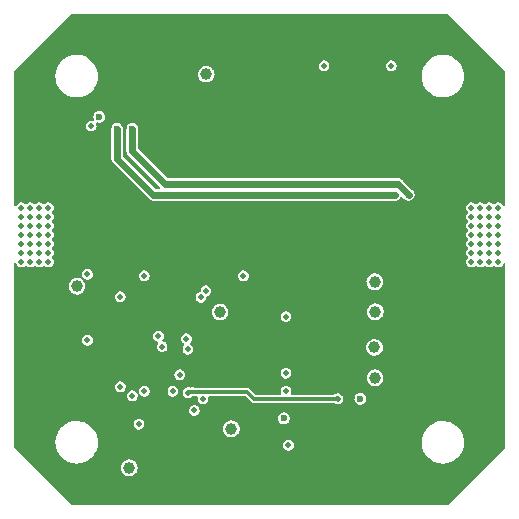
<source format=gbr>
%TF.GenerationSoftware,KiCad,Pcbnew,(6.0.5)*%
%TF.CreationDate,2023-01-06T15:20:20+08:00*%
%TF.ProjectId,Step_Ctrl_V1,53746570-5f43-4747-926c-5f56312e6b69,rev?*%
%TF.SameCoordinates,Original*%
%TF.FileFunction,Copper,L3,Inr*%
%TF.FilePolarity,Positive*%
%FSLAX46Y46*%
G04 Gerber Fmt 4.6, Leading zero omitted, Abs format (unit mm)*
G04 Created by KiCad (PCBNEW (6.0.5)) date 2023-01-06 15:20:20*
%MOMM*%
%LPD*%
G01*
G04 APERTURE LIST*
%TA.AperFunction,ViaPad*%
%ADD10C,0.500000*%
%TD*%
%TA.AperFunction,ViaPad*%
%ADD11C,0.600000*%
%TD*%
%TA.AperFunction,ViaPad*%
%ADD12C,1.000000*%
%TD*%
%TA.AperFunction,Conductor*%
%ADD13C,0.600000*%
%TD*%
%TA.AperFunction,Conductor*%
%ADD14C,0.300000*%
%TD*%
G04 APERTURE END LIST*
D10*
%TO.N,GND*%
X118872000Y-100330000D03*
X117221000Y-100076000D03*
X117094000Y-101600000D03*
X136906000Y-84074000D03*
X137033000Y-83439000D03*
X133604000Y-84963000D03*
X133223000Y-86741000D03*
X115189000Y-103886000D03*
X114046000Y-109093000D03*
X113030000Y-108585000D03*
X112014000Y-108077000D03*
X111125000Y-107315000D03*
X110490000Y-106426000D03*
X109855000Y-105283000D03*
X114300000Y-108077000D03*
X113284000Y-107569000D03*
X112395000Y-107061000D03*
X111633000Y-106426000D03*
X111125000Y-105664000D03*
X110744000Y-104775000D03*
X114808000Y-107569000D03*
X113157000Y-106807000D03*
X112776000Y-106045000D03*
X112014000Y-105283000D03*
X111633000Y-104521000D03*
X118745000Y-105410000D03*
X117983000Y-105410000D03*
X122682000Y-106045000D03*
X123063000Y-104648000D03*
X120904000Y-109474000D03*
X121666000Y-109474000D03*
X121666000Y-108712000D03*
X120904000Y-108712000D03*
X120142000Y-108712000D03*
X119380000Y-108712000D03*
X118618000Y-108712000D03*
X122428000Y-107950000D03*
X121666000Y-107950000D03*
X120904000Y-107950000D03*
X120142000Y-107950000D03*
X119380000Y-107950000D03*
X118618000Y-107950000D03*
X123190000Y-107188000D03*
X122428000Y-107188000D03*
X121666000Y-107188000D03*
X120904000Y-107188000D03*
X120142000Y-107188000D03*
X119380000Y-107188000D03*
X118618000Y-107188000D03*
X133858000Y-118364000D03*
X133858000Y-117475000D03*
X132842000Y-118364000D03*
X132842000Y-117475000D03*
X130048000Y-118364000D03*
X130048000Y-117475000D03*
X125730000Y-118364000D03*
X125730000Y-117602000D03*
X124841000Y-118364000D03*
X124841000Y-117602000D03*
X122047000Y-118364000D03*
X122047000Y-117602000D03*
X122555000Y-113157000D03*
X121793000Y-113157000D03*
X121031000Y-113157000D03*
X125603000Y-113157000D03*
X131572000Y-113665000D03*
X132080000Y-113157000D03*
X130175000Y-111379000D03*
X131572000Y-111379000D03*
X130175000Y-106172000D03*
X130302000Y-104648000D03*
X131445000Y-104648000D03*
X137414000Y-112395000D03*
X138684000Y-113792000D03*
X137541000Y-113792000D03*
X137160000Y-109855000D03*
X136525000Y-109474000D03*
X135763000Y-109474000D03*
X136525000Y-108712000D03*
X135763000Y-108712000D03*
X137287000Y-107950000D03*
X136525000Y-107950000D03*
X135763000Y-107950000D03*
X137287000Y-107188000D03*
X136525000Y-107188000D03*
X135763000Y-107188000D03*
X137287000Y-106426000D03*
X136525000Y-106426000D03*
X135763000Y-106426000D03*
X137287000Y-105664000D03*
X136525000Y-105664000D03*
X135763000Y-105664000D03*
X137160000Y-104775000D03*
X137160000Y-104013000D03*
X136398000Y-104775000D03*
X136398000Y-104013000D03*
X136398000Y-103251000D03*
X137160000Y-102489000D03*
X136398000Y-102489000D03*
X137160000Y-101727000D03*
X136398000Y-101727000D03*
X135636000Y-101727000D03*
X137160000Y-100965000D03*
X136398000Y-100965000D03*
X135636000Y-100965000D03*
X137160000Y-100203000D03*
X136398000Y-100203000D03*
X135636000Y-100203000D03*
X121031000Y-86995000D03*
X119888000Y-86995000D03*
X120396000Y-86360000D03*
X120904000Y-85725000D03*
X119761000Y-85725000D03*
X117856000Y-85725000D03*
X120269000Y-85090000D03*
X119126000Y-85090000D03*
X118110000Y-85090000D03*
X121031000Y-84328000D03*
X120269000Y-84328000D03*
X119507000Y-84328000D03*
X118745000Y-84328000D03*
X125984000Y-86868000D03*
X125984000Y-86106000D03*
X126365000Y-85471000D03*
X125603000Y-85471000D03*
X124841000Y-85471000D03*
X127889000Y-84709000D03*
X127127000Y-84709000D03*
X126365000Y-84709000D03*
X125603000Y-84709000D03*
X124841000Y-84709000D03*
X147066000Y-85725000D03*
X147828000Y-85725000D03*
X148336000Y-86233000D03*
X148336000Y-86995000D03*
X148336000Y-87757000D03*
X142240000Y-85979000D03*
X141351000Y-85979000D03*
X140589000Y-85979000D03*
X139700000Y-85979000D03*
X138938000Y-85979000D03*
X138176000Y-85979000D03*
X137414000Y-85979000D03*
X136525000Y-86995000D03*
%TO.N,/TEMP*%
X123571000Y-110109000D03*
D11*
%TO.N,/CAN_H*%
X142265400Y-93345000D03*
%TO.N,/CAN_L*%
X141122400Y-93345000D03*
D10*
%TO.N,Net-(D3-Pad2)*%
X140792200Y-82423000D03*
%TO.N,Net-(D2-Pad2)*%
X135102600Y-82423000D03*
D12*
%TO.N,+3V3*%
X125120400Y-83134200D03*
D10*
%TO.N,/CAN_TX*%
X121386600Y-106197400D03*
X115392200Y-87528400D03*
D12*
%TO.N,+3V3*%
X126285700Y-103279500D03*
D11*
X138176000Y-110617000D03*
X131699000Y-112268000D03*
D12*
X127254000Y-113157000D03*
X118618000Y-116459000D03*
X114173000Y-101092000D03*
D10*
%TO.N,/UART1_RX*%
X124675298Y-102032602D03*
%TO.N,/UART1_TX*%
X125095000Y-101473000D03*
%TO.N,/TEMP*%
X136271000Y-110617000D03*
%TO.N,Net-(D2-Pad1)*%
X123444000Y-105537000D03*
%TO.N,Net-(D3-Pad1)*%
X123571000Y-106426000D03*
%TO.N,/KEY_DOWN*%
X119888000Y-109982000D03*
%TO.N,/KEY_UP*%
X117856000Y-109601000D03*
%TO.N,/IN_PWM_B*%
X119430800Y-112776000D03*
X132080000Y-114554000D03*
%TO.N,Net-(C26-Pad1)*%
X131876800Y-109956600D03*
%TO.N,/IN_PWM_A*%
X118872000Y-110363000D03*
X131876800Y-108458000D03*
%TO.N,Net-(C25-Pad1)*%
X131876800Y-103657400D03*
%TO.N,/IN_BP*%
X124104400Y-111607600D03*
%TO.N,/IN_BM*%
X124841000Y-110617000D03*
%TO.N,/IN_AP*%
X122301000Y-109982000D03*
%TO.N,/IN_AM*%
X122885200Y-108585000D03*
D12*
%TO.N,VCC*%
X139420600Y-108839000D03*
%TO.N,Net-(R15-Pad1)*%
X139369800Y-106273600D03*
%TO.N,Net-(R14-Pad1)*%
X139395200Y-100711000D03*
%TO.N,VCC*%
X139446000Y-103251000D03*
D10*
%TO.N,/SWDIO*%
X115062000Y-105664000D03*
%TO.N,/SWCLK*%
X117850500Y-101981000D03*
%TO.N,/CAN_RX*%
X121081800Y-105308400D03*
X115062000Y-100076000D03*
%TO.N,/MT6812_CS*%
X128270000Y-100203000D03*
X119880444Y-100195444D03*
D11*
%TO.N,Net-(R11-Pad1)*%
X116078000Y-86741000D03*
D10*
%TO.N,GND*%
X148336000Y-88595200D03*
X149098000Y-90119200D03*
X147574000Y-90119200D03*
X149860000Y-90119200D03*
X148336000Y-90119200D03*
X149098000Y-88595200D03*
X149098000Y-89357200D03*
X149860000Y-88595200D03*
X147574000Y-88595200D03*
X147574000Y-89357200D03*
X148336000Y-89357200D03*
X149860000Y-89357200D03*
%TO.N,Net-(D1-Pad2)*%
X149098000Y-97485200D03*
X149098000Y-98247200D03*
X147574000Y-98247200D03*
X147574000Y-99009200D03*
X147574000Y-97485200D03*
X149860000Y-98247200D03*
X149860000Y-99009200D03*
X149860000Y-97485200D03*
X148336000Y-99009200D03*
X148336000Y-97485200D03*
X149098000Y-99009200D03*
X148336000Y-98247200D03*
X110998000Y-97485200D03*
X111760000Y-98247200D03*
X111760000Y-99009200D03*
X110998000Y-99009200D03*
X109474000Y-99009200D03*
X110998000Y-98247200D03*
X110236000Y-99009200D03*
X109474000Y-98247200D03*
X110236000Y-98247200D03*
X109474000Y-97485200D03*
X110236000Y-97485200D03*
X111760000Y-97485200D03*
%TO.N,GND*%
X110236000Y-89357200D03*
X111760000Y-89357200D03*
X109474000Y-89357200D03*
X110998000Y-89357200D03*
X110998000Y-88595200D03*
X109474000Y-88595200D03*
X111760000Y-88595200D03*
X110236000Y-88595200D03*
X110236000Y-90119200D03*
X111760000Y-90119200D03*
X109474000Y-90119200D03*
X110998000Y-90119200D03*
%TO.N,Net-(D1-Pad2)*%
X149098000Y-94437200D03*
X149098000Y-95199200D03*
X149860000Y-95961200D03*
X149860000Y-96723200D03*
X149098000Y-96723200D03*
X147574000Y-96723200D03*
X149098000Y-95961200D03*
X148336000Y-96723200D03*
X147574000Y-95961200D03*
X148336000Y-95961200D03*
X147574000Y-95199200D03*
X148336000Y-95199200D03*
X149860000Y-95199200D03*
X147574000Y-94437200D03*
X148336000Y-94437200D03*
X149860000Y-94437200D03*
%TO.N,GND*%
X148336000Y-90881200D03*
X149098000Y-92405200D03*
X147574000Y-92405200D03*
X148336000Y-92405200D03*
X149860000Y-92405200D03*
X149860000Y-90881200D03*
X147574000Y-90881200D03*
X149098000Y-90881200D03*
X148336000Y-91643200D03*
X147574000Y-91643200D03*
X149860000Y-91643200D03*
X149098000Y-91643200D03*
%TO.N,Net-(D1-Pad2)*%
X111760000Y-96723200D03*
X110998000Y-96723200D03*
X109474000Y-96723200D03*
X110236000Y-96723200D03*
X110998000Y-95961200D03*
X109474000Y-95961200D03*
X110236000Y-95961200D03*
X111760000Y-95961200D03*
X110998000Y-95199200D03*
X109474000Y-95199200D03*
X110236000Y-95199200D03*
X111760000Y-95199200D03*
X111760000Y-94437200D03*
X110998000Y-94437200D03*
X110236000Y-94437200D03*
X109474000Y-94437200D03*
%TO.N,GND*%
X110236000Y-92405200D03*
X109474000Y-92405200D03*
X111760000Y-92405200D03*
X110998000Y-92405200D03*
X110236000Y-91643200D03*
X111760000Y-91643200D03*
X109474000Y-91643200D03*
X110998000Y-91643200D03*
X111760000Y-90881200D03*
X110998000Y-90881200D03*
X110236000Y-90881200D03*
X109474000Y-90881200D03*
D11*
%TO.N,/CAN_H*%
X118872000Y-87757000D03*
%TO.N,/CAN_L*%
X117590725Y-87757000D03*
%TD*%
D13*
%TO.N,/CAN_H*%
X121666000Y-92456000D02*
X118872000Y-89662000D01*
X118872000Y-89662000D02*
X118872000Y-87757000D01*
X141376400Y-92456000D02*
X121666000Y-92456000D01*
X142265400Y-93345000D02*
X141376400Y-92456000D01*
%TO.N,/CAN_L*%
X120650000Y-93345000D02*
X117590725Y-90285725D01*
X117590725Y-90285725D02*
X117590725Y-87757000D01*
X141122400Y-93345000D02*
X120650000Y-93345000D01*
D14*
%TO.N,/TEMP*%
X123662511Y-110017489D02*
X123571000Y-110109000D01*
X128559489Y-110017489D02*
X123662511Y-110017489D01*
X129159000Y-110617000D02*
X128559489Y-110017489D01*
X136271000Y-110617000D02*
X129159000Y-110617000D01*
%TD*%
%TA.AperFunction,Conductor*%
%TO.N,GND*%
G36*
X145595133Y-78019407D02*
G01*
X145606946Y-78029496D01*
X150431504Y-82854054D01*
X150459281Y-82908571D01*
X150460500Y-82924058D01*
X150460500Y-94212485D01*
X150441593Y-94270676D01*
X150392093Y-94306640D01*
X150330907Y-94306640D01*
X150281407Y-94270676D01*
X150271378Y-94253461D01*
X150246349Y-94198412D01*
X150246348Y-94198411D01*
X150243428Y-94191988D01*
X150159193Y-94094228D01*
X150153276Y-94090393D01*
X150153274Y-94090391D01*
X150056824Y-94027877D01*
X150050906Y-94024041D01*
X150044150Y-94022021D01*
X150044149Y-94022020D01*
X150001335Y-94009216D01*
X149927273Y-93987066D01*
X149850644Y-93986598D01*
X149805282Y-93986321D01*
X149798231Y-93986278D01*
X149791454Y-93988215D01*
X149791453Y-93988215D01*
X149680935Y-94019801D01*
X149680933Y-94019802D01*
X149674155Y-94021739D01*
X149565019Y-94090599D01*
X149554419Y-94102601D01*
X149553612Y-94103515D01*
X149500920Y-94134615D01*
X149440011Y-94128803D01*
X149404409Y-94102602D01*
X149397193Y-94094228D01*
X149391276Y-94090393D01*
X149391274Y-94090391D01*
X149294824Y-94027877D01*
X149288906Y-94024041D01*
X149282150Y-94022021D01*
X149282149Y-94022020D01*
X149239335Y-94009216D01*
X149165273Y-93987066D01*
X149088644Y-93986598D01*
X149043282Y-93986321D01*
X149036231Y-93986278D01*
X149029454Y-93988215D01*
X149029453Y-93988215D01*
X148918935Y-94019801D01*
X148918933Y-94019802D01*
X148912155Y-94021739D01*
X148803019Y-94090599D01*
X148792419Y-94102601D01*
X148791612Y-94103515D01*
X148738920Y-94134615D01*
X148678011Y-94128803D01*
X148642409Y-94102602D01*
X148635193Y-94094228D01*
X148629276Y-94090393D01*
X148629274Y-94090391D01*
X148532824Y-94027877D01*
X148526906Y-94024041D01*
X148520150Y-94022021D01*
X148520149Y-94022020D01*
X148477335Y-94009216D01*
X148403273Y-93987066D01*
X148326644Y-93986598D01*
X148281282Y-93986321D01*
X148274231Y-93986278D01*
X148267454Y-93988215D01*
X148267453Y-93988215D01*
X148156935Y-94019801D01*
X148156933Y-94019802D01*
X148150155Y-94021739D01*
X148041019Y-94090599D01*
X148030419Y-94102601D01*
X148029612Y-94103515D01*
X147976920Y-94134615D01*
X147916011Y-94128803D01*
X147880409Y-94102602D01*
X147873193Y-94094228D01*
X147867276Y-94090393D01*
X147867274Y-94090391D01*
X147770824Y-94027877D01*
X147764906Y-94024041D01*
X147758150Y-94022021D01*
X147758149Y-94022020D01*
X147715335Y-94009216D01*
X147641273Y-93987066D01*
X147564644Y-93986598D01*
X147519282Y-93986321D01*
X147512231Y-93986278D01*
X147505454Y-93988215D01*
X147505453Y-93988215D01*
X147394935Y-94019801D01*
X147394933Y-94019802D01*
X147388155Y-94021739D01*
X147279019Y-94090599D01*
X147193596Y-94187322D01*
X147138754Y-94304132D01*
X147118901Y-94431640D01*
X147119816Y-94438637D01*
X147119816Y-94438638D01*
X147121082Y-94448320D01*
X147135633Y-94559594D01*
X147138471Y-94566045D01*
X147138472Y-94566047D01*
X147143055Y-94576463D01*
X147187605Y-94677710D01*
X147234027Y-94732936D01*
X147252614Y-94755048D01*
X147275584Y-94811758D01*
X147260833Y-94871139D01*
X147251036Y-94884284D01*
X147193596Y-94949322D01*
X147138754Y-95066132D01*
X147118901Y-95193640D01*
X147119816Y-95200637D01*
X147119816Y-95200638D01*
X147121082Y-95210320D01*
X147135633Y-95321594D01*
X147138471Y-95328045D01*
X147138472Y-95328047D01*
X147143055Y-95338463D01*
X147187605Y-95439710D01*
X147234027Y-95494936D01*
X147252614Y-95517048D01*
X147275584Y-95573758D01*
X147260833Y-95633139D01*
X147251036Y-95646284D01*
X147193596Y-95711322D01*
X147138754Y-95828132D01*
X147118901Y-95955640D01*
X147119816Y-95962637D01*
X147119816Y-95962638D01*
X147121082Y-95972320D01*
X147135633Y-96083594D01*
X147138471Y-96090045D01*
X147138472Y-96090047D01*
X147143055Y-96100463D01*
X147187605Y-96201710D01*
X147234027Y-96256936D01*
X147252614Y-96279048D01*
X147275584Y-96335758D01*
X147260833Y-96395139D01*
X147251036Y-96408284D01*
X147193596Y-96473322D01*
X147138754Y-96590132D01*
X147118901Y-96717640D01*
X147119816Y-96724637D01*
X147119816Y-96724638D01*
X147121082Y-96734320D01*
X147135633Y-96845594D01*
X147138471Y-96852045D01*
X147138472Y-96852047D01*
X147143055Y-96862463D01*
X147187605Y-96963710D01*
X147234027Y-97018936D01*
X147252614Y-97041048D01*
X147275584Y-97097758D01*
X147260833Y-97157139D01*
X147251036Y-97170284D01*
X147193596Y-97235322D01*
X147138754Y-97352132D01*
X147118901Y-97479640D01*
X147119816Y-97486637D01*
X147119816Y-97486638D01*
X147121082Y-97496320D01*
X147135633Y-97607594D01*
X147138471Y-97614045D01*
X147138472Y-97614047D01*
X147143055Y-97624463D01*
X147187605Y-97725710D01*
X147234027Y-97780936D01*
X147252614Y-97803048D01*
X147275584Y-97859758D01*
X147260833Y-97919139D01*
X147251036Y-97932284D01*
X147193596Y-97997322D01*
X147138754Y-98114132D01*
X147118901Y-98241640D01*
X147119816Y-98248637D01*
X147119816Y-98248638D01*
X147121082Y-98258320D01*
X147135633Y-98369594D01*
X147138471Y-98376045D01*
X147138472Y-98376047D01*
X147143055Y-98386463D01*
X147187605Y-98487710D01*
X147234027Y-98542936D01*
X147252614Y-98565048D01*
X147275584Y-98621758D01*
X147260833Y-98681139D01*
X147251036Y-98694284D01*
X147193596Y-98759322D01*
X147138754Y-98876132D01*
X147118901Y-99003640D01*
X147119816Y-99010637D01*
X147119816Y-99010638D01*
X147121082Y-99020320D01*
X147135633Y-99131594D01*
X147138471Y-99138045D01*
X147138472Y-99138047D01*
X147143055Y-99148463D01*
X147187605Y-99249710D01*
X147229122Y-99299100D01*
X147266100Y-99343092D01*
X147266103Y-99343094D01*
X147270639Y-99348491D01*
X147378060Y-99419996D01*
X147384788Y-99422098D01*
X147384790Y-99422099D01*
X147439646Y-99439237D01*
X147501233Y-99458478D01*
X147565744Y-99459660D01*
X147623202Y-99460714D01*
X147623204Y-99460714D01*
X147630255Y-99460843D01*
X147637058Y-99458988D01*
X147637060Y-99458988D01*
X147678828Y-99447600D01*
X147754755Y-99426900D01*
X147864724Y-99359379D01*
X147880374Y-99342089D01*
X147933442Y-99311635D01*
X147994275Y-99318190D01*
X148022116Y-99339205D01*
X148022843Y-99338391D01*
X148028099Y-99343090D01*
X148032639Y-99348491D01*
X148140060Y-99419996D01*
X148146788Y-99422098D01*
X148146790Y-99422099D01*
X148201646Y-99439237D01*
X148263233Y-99458478D01*
X148327744Y-99459660D01*
X148385202Y-99460714D01*
X148385204Y-99460714D01*
X148392255Y-99460843D01*
X148399058Y-99458988D01*
X148399060Y-99458988D01*
X148440828Y-99447600D01*
X148516755Y-99426900D01*
X148626724Y-99359379D01*
X148642374Y-99342089D01*
X148695442Y-99311635D01*
X148756275Y-99318190D01*
X148784116Y-99339205D01*
X148784843Y-99338391D01*
X148790099Y-99343090D01*
X148794639Y-99348491D01*
X148902060Y-99419996D01*
X148908788Y-99422098D01*
X148908790Y-99422099D01*
X148963646Y-99439237D01*
X149025233Y-99458478D01*
X149089744Y-99459660D01*
X149147202Y-99460714D01*
X149147204Y-99460714D01*
X149154255Y-99460843D01*
X149161058Y-99458988D01*
X149161060Y-99458988D01*
X149202828Y-99447600D01*
X149278755Y-99426900D01*
X149388724Y-99359379D01*
X149404374Y-99342089D01*
X149457442Y-99311635D01*
X149518275Y-99318190D01*
X149546116Y-99339205D01*
X149546843Y-99338391D01*
X149552099Y-99343090D01*
X149556639Y-99348491D01*
X149664060Y-99419996D01*
X149670788Y-99422098D01*
X149670790Y-99422099D01*
X149725646Y-99439237D01*
X149787233Y-99458478D01*
X149851744Y-99459660D01*
X149909202Y-99460714D01*
X149909204Y-99460714D01*
X149916255Y-99460843D01*
X149923058Y-99458988D01*
X149923060Y-99458988D01*
X149964828Y-99447600D01*
X150040755Y-99426900D01*
X150150724Y-99359379D01*
X150168985Y-99339205D01*
X150232590Y-99268935D01*
X150232590Y-99268934D01*
X150237322Y-99263707D01*
X150272406Y-99191294D01*
X150314794Y-99147170D01*
X150375022Y-99136388D01*
X150430085Y-99163066D01*
X150458951Y-99217014D01*
X150460500Y-99234460D01*
X150460500Y-114675942D01*
X150441593Y-114734133D01*
X150431504Y-114745946D01*
X145606946Y-119570504D01*
X145552429Y-119598281D01*
X145536942Y-119599500D01*
X113785058Y-119599500D01*
X113726867Y-119580593D01*
X113715054Y-119570504D01*
X110596161Y-116451611D01*
X117912394Y-116451611D01*
X117913049Y-116457544D01*
X117913049Y-116457548D01*
X117913566Y-116462231D01*
X117930999Y-116620135D01*
X117989266Y-116779356D01*
X117992591Y-116784305D01*
X117992592Y-116784306D01*
X118005689Y-116803796D01*
X118083830Y-116920083D01*
X118209233Y-117034191D01*
X118358235Y-117115092D01*
X118393189Y-117124262D01*
X118516464Y-117156603D01*
X118516468Y-117156604D01*
X118522233Y-117158116D01*
X118528194Y-117158210D01*
X118528197Y-117158210D01*
X118606996Y-117159447D01*
X118691760Y-117160779D01*
X118697575Y-117159447D01*
X118697577Y-117159447D01*
X118851206Y-117124262D01*
X118851209Y-117124261D01*
X118857029Y-117122928D01*
X118872610Y-117115092D01*
X119003165Y-117049429D01*
X119008498Y-117046747D01*
X119013035Y-117042872D01*
X119013038Y-117042870D01*
X119132888Y-116940508D01*
X119132891Y-116940505D01*
X119137423Y-116936634D01*
X119236361Y-116798947D01*
X119299601Y-116641634D01*
X119323490Y-116473778D01*
X119323645Y-116459000D01*
X119303276Y-116290680D01*
X119243345Y-116132077D01*
X119216666Y-116093258D01*
X119150692Y-115997267D01*
X119147312Y-115992349D01*
X119020721Y-115879560D01*
X118870881Y-115800224D01*
X118788661Y-115779571D01*
X118712231Y-115760373D01*
X118712228Y-115760373D01*
X118706441Y-115758919D01*
X118620841Y-115758471D01*
X118542861Y-115758062D01*
X118542859Y-115758062D01*
X118536895Y-115758031D01*
X118531099Y-115759423D01*
X118531095Y-115759423D01*
X118423703Y-115785207D01*
X118372032Y-115797612D01*
X118311176Y-115829022D01*
X118226675Y-115872636D01*
X118226673Y-115872638D01*
X118221369Y-115875375D01*
X118093604Y-115986831D01*
X118090173Y-115991713D01*
X118090172Y-115991714D01*
X118018223Y-116094087D01*
X117996113Y-116125547D01*
X117934524Y-116283513D01*
X117912394Y-116451611D01*
X110596161Y-116451611D01*
X108890496Y-114745946D01*
X108862719Y-114691429D01*
X108861500Y-114675942D01*
X108861500Y-114252736D01*
X112356070Y-114252736D01*
X112356698Y-114265807D01*
X112368909Y-114520041D01*
X112421118Y-114782512D01*
X112422358Y-114785967D01*
X112422359Y-114785969D01*
X112486982Y-114965957D01*
X112511549Y-115034383D01*
X112638215Y-115270121D01*
X112798335Y-115484547D01*
X112800953Y-115487142D01*
X112984323Y-115668918D01*
X112988390Y-115672950D01*
X113204205Y-115831192D01*
X113441039Y-115955797D01*
X113444510Y-115957009D01*
X113444512Y-115957010D01*
X113529907Y-115986831D01*
X113693690Y-116044026D01*
X113956606Y-116093943D01*
X114090310Y-116099196D01*
X114220343Y-116104305D01*
X114220346Y-116104305D01*
X114224013Y-116104449D01*
X114360669Y-116089483D01*
X114486394Y-116075714D01*
X114486397Y-116075713D01*
X114490035Y-116075315D01*
X114748829Y-116007180D01*
X114752204Y-116005730D01*
X114752207Y-116005729D01*
X114872412Y-115954085D01*
X114994710Y-115901542D01*
X114997827Y-115899613D01*
X114997833Y-115899610D01*
X115219149Y-115762655D01*
X115219154Y-115762651D01*
X115222275Y-115760720D01*
X115225452Y-115758031D01*
X115325953Y-115672950D01*
X115426526Y-115587809D01*
X115517085Y-115484547D01*
X115600550Y-115389374D01*
X115600554Y-115389369D01*
X115602976Y-115386607D01*
X115747747Y-115161534D01*
X115805025Y-115034383D01*
X115856153Y-114920882D01*
X115856154Y-114920880D01*
X115857661Y-114917534D01*
X115884384Y-114822781D01*
X115929305Y-114663505D01*
X115929306Y-114663502D01*
X115930302Y-114659969D01*
X115944490Y-114548440D01*
X131624901Y-114548440D01*
X131625816Y-114555437D01*
X131625816Y-114555438D01*
X131627082Y-114565120D01*
X131641633Y-114676394D01*
X131644471Y-114682845D01*
X131644472Y-114682847D01*
X131689847Y-114785969D01*
X131693605Y-114794510D01*
X131726372Y-114833491D01*
X131772100Y-114887892D01*
X131772103Y-114887894D01*
X131776639Y-114893291D01*
X131884060Y-114964796D01*
X131890788Y-114966898D01*
X131890790Y-114966899D01*
X131945646Y-114984037D01*
X132007233Y-115003278D01*
X132071744Y-115004460D01*
X132129202Y-115005514D01*
X132129204Y-115005514D01*
X132136255Y-115005643D01*
X132143058Y-115003788D01*
X132143060Y-115003788D01*
X132184828Y-114992400D01*
X132260755Y-114971700D01*
X132370724Y-114904179D01*
X132394434Y-114877985D01*
X132452590Y-114813735D01*
X132452590Y-114813734D01*
X132457322Y-114808507D01*
X132513588Y-114692375D01*
X132534997Y-114565120D01*
X132535133Y-114554000D01*
X132516839Y-114426259D01*
X132463428Y-114308788D01*
X132415131Y-114252736D01*
X143356070Y-114252736D01*
X143356698Y-114265807D01*
X143368909Y-114520041D01*
X143421118Y-114782512D01*
X143422358Y-114785967D01*
X143422359Y-114785969D01*
X143486982Y-114965957D01*
X143511549Y-115034383D01*
X143638215Y-115270121D01*
X143798335Y-115484547D01*
X143800953Y-115487142D01*
X143984323Y-115668918D01*
X143988390Y-115672950D01*
X144204205Y-115831192D01*
X144441039Y-115955797D01*
X144444510Y-115957009D01*
X144444512Y-115957010D01*
X144529907Y-115986831D01*
X144693690Y-116044026D01*
X144956606Y-116093943D01*
X145090310Y-116099196D01*
X145220343Y-116104305D01*
X145220346Y-116104305D01*
X145224013Y-116104449D01*
X145360669Y-116089483D01*
X145486394Y-116075714D01*
X145486397Y-116075713D01*
X145490035Y-116075315D01*
X145748829Y-116007180D01*
X145752204Y-116005730D01*
X145752207Y-116005729D01*
X145872412Y-115954085D01*
X145994710Y-115901542D01*
X145997827Y-115899613D01*
X145997833Y-115899610D01*
X146219149Y-115762655D01*
X146219154Y-115762651D01*
X146222275Y-115760720D01*
X146225452Y-115758031D01*
X146325953Y-115672950D01*
X146426526Y-115587809D01*
X146517085Y-115484547D01*
X146600550Y-115389374D01*
X146600554Y-115389369D01*
X146602976Y-115386607D01*
X146747747Y-115161534D01*
X146805025Y-115034383D01*
X146856153Y-114920882D01*
X146856154Y-114920880D01*
X146857661Y-114917534D01*
X146884384Y-114822781D01*
X146929305Y-114663505D01*
X146929306Y-114663502D01*
X146930302Y-114659969D01*
X146964075Y-114394495D01*
X146966549Y-114300000D01*
X146964009Y-114265807D01*
X146946989Y-114036777D01*
X146946988Y-114036771D01*
X146946717Y-114033123D01*
X146887655Y-113772109D01*
X146868831Y-113723701D01*
X146791992Y-113526111D01*
X146790662Y-113522691D01*
X146657868Y-113290350D01*
X146629728Y-113254654D01*
X146494469Y-113083080D01*
X146492190Y-113080189D01*
X146489517Y-113077675D01*
X146489512Y-113077669D01*
X146315925Y-112914375D01*
X146297269Y-112896825D01*
X146077385Y-112744286D01*
X146041303Y-112726492D01*
X145896824Y-112655243D01*
X145837371Y-112625924D01*
X145677563Y-112574769D01*
X145585993Y-112545457D01*
X145585992Y-112545457D01*
X145582497Y-112544338D01*
X145578880Y-112543749D01*
X145578876Y-112543748D01*
X145321983Y-112501911D01*
X145321978Y-112501911D01*
X145318364Y-112501322D01*
X145314699Y-112501274D01*
X145214651Y-112499964D01*
X145050774Y-112497819D01*
X145047146Y-112498313D01*
X145047142Y-112498313D01*
X144918189Y-112515863D01*
X144785605Y-112533907D01*
X144528683Y-112608792D01*
X144285652Y-112720831D01*
X144282585Y-112722842D01*
X144282581Y-112722844D01*
X144119025Y-112830077D01*
X144061851Y-112867562D01*
X144059119Y-112870001D01*
X144059117Y-112870002D01*
X143873429Y-113035735D01*
X143862197Y-113045760D01*
X143859850Y-113048582D01*
X143859849Y-113048583D01*
X143760078Y-113168545D01*
X143691075Y-113251512D01*
X143552244Y-113480298D01*
X143448755Y-113727091D01*
X143447850Y-113730653D01*
X143447850Y-113730654D01*
X143444271Y-113744747D01*
X143382881Y-113986470D01*
X143356070Y-114252736D01*
X132415131Y-114252736D01*
X132379193Y-114211028D01*
X132373276Y-114207193D01*
X132373274Y-114207191D01*
X132276824Y-114144677D01*
X132270906Y-114140841D01*
X132264150Y-114138821D01*
X132264149Y-114138820D01*
X132221335Y-114126016D01*
X132147273Y-114103866D01*
X132070644Y-114103398D01*
X132025282Y-114103121D01*
X132018231Y-114103078D01*
X132011454Y-114105015D01*
X132011453Y-114105015D01*
X131900935Y-114136601D01*
X131900933Y-114136602D01*
X131894155Y-114138539D01*
X131785019Y-114207399D01*
X131699596Y-114304122D01*
X131644754Y-114420932D01*
X131624901Y-114548440D01*
X115944490Y-114548440D01*
X115964075Y-114394495D01*
X115966549Y-114300000D01*
X115964009Y-114265807D01*
X115946989Y-114036777D01*
X115946988Y-114036771D01*
X115946717Y-114033123D01*
X115887655Y-113772109D01*
X115868831Y-113723701D01*
X115791992Y-113526111D01*
X115790662Y-113522691D01*
X115657868Y-113290350D01*
X115629728Y-113254654D01*
X115494469Y-113083080D01*
X115492190Y-113080189D01*
X115489517Y-113077675D01*
X115489512Y-113077669D01*
X115315925Y-112914375D01*
X115297269Y-112896825D01*
X115115086Y-112770440D01*
X118975701Y-112770440D01*
X118976616Y-112777437D01*
X118976616Y-112777438D01*
X118977882Y-112787120D01*
X118992433Y-112898394D01*
X118995271Y-112904845D01*
X118995272Y-112904847D01*
X119034765Y-112994602D01*
X119044405Y-113016510D01*
X119066939Y-113043317D01*
X119122900Y-113109892D01*
X119122903Y-113109894D01*
X119127439Y-113115291D01*
X119234860Y-113186796D01*
X119241588Y-113188898D01*
X119241590Y-113188899D01*
X119296447Y-113206037D01*
X119358033Y-113225278D01*
X119422544Y-113226460D01*
X119480002Y-113227514D01*
X119480004Y-113227514D01*
X119487055Y-113227643D01*
X119493858Y-113225788D01*
X119493860Y-113225788D01*
X119535628Y-113214400D01*
X119611555Y-113193700D01*
X119683361Y-113149611D01*
X126548394Y-113149611D01*
X126549049Y-113155544D01*
X126549049Y-113155548D01*
X126564284Y-113293543D01*
X126566999Y-113318135D01*
X126625266Y-113477356D01*
X126628591Y-113482305D01*
X126628592Y-113482306D01*
X126641689Y-113501796D01*
X126719830Y-113618083D01*
X126845233Y-113732191D01*
X126994235Y-113813092D01*
X127029189Y-113822262D01*
X127152464Y-113854603D01*
X127152468Y-113854604D01*
X127158233Y-113856116D01*
X127164194Y-113856210D01*
X127164197Y-113856210D01*
X127242965Y-113857447D01*
X127327760Y-113858779D01*
X127333575Y-113857447D01*
X127333577Y-113857447D01*
X127487206Y-113822262D01*
X127487209Y-113822261D01*
X127493029Y-113820928D01*
X127501327Y-113816755D01*
X127590095Y-113772109D01*
X127644498Y-113744747D01*
X127649035Y-113740872D01*
X127649038Y-113740870D01*
X127768888Y-113638508D01*
X127768891Y-113638505D01*
X127773423Y-113634634D01*
X127788875Y-113613130D01*
X127868877Y-113501796D01*
X127868878Y-113501794D01*
X127872361Y-113496947D01*
X127877691Y-113483690D01*
X127933377Y-113345167D01*
X127933378Y-113345165D01*
X127935601Y-113339634D01*
X127942615Y-113290350D01*
X127959034Y-113174985D01*
X127959034Y-113174979D01*
X127959490Y-113171778D01*
X127959645Y-113157000D01*
X127946525Y-113048583D01*
X127939993Y-112994602D01*
X127939992Y-112994599D01*
X127939276Y-112988680D01*
X127879345Y-112830077D01*
X127849822Y-112787120D01*
X127786692Y-112695267D01*
X127783312Y-112690349D01*
X127656721Y-112577560D01*
X127506881Y-112498224D01*
X127424661Y-112477572D01*
X127348231Y-112458373D01*
X127348228Y-112458373D01*
X127342441Y-112456919D01*
X127256841Y-112456471D01*
X127178861Y-112456062D01*
X127178859Y-112456062D01*
X127172895Y-112456031D01*
X127167099Y-112457423D01*
X127167095Y-112457423D01*
X127059703Y-112483207D01*
X127008032Y-112495612D01*
X126948920Y-112526122D01*
X126862675Y-112570636D01*
X126862673Y-112570638D01*
X126857369Y-112573375D01*
X126729604Y-112684831D01*
X126726173Y-112689713D01*
X126726172Y-112689714D01*
X126664519Y-112777438D01*
X126632113Y-112823547D01*
X126570524Y-112981513D01*
X126548394Y-113149611D01*
X119683361Y-113149611D01*
X119721524Y-113126179D01*
X119765433Y-113077669D01*
X119803390Y-113035735D01*
X119803390Y-113035734D01*
X119808122Y-113030507D01*
X119864388Y-112914375D01*
X119885797Y-112787120D01*
X119885933Y-112776000D01*
X119867639Y-112648259D01*
X119814228Y-112530788D01*
X119729993Y-112433028D01*
X119724076Y-112429193D01*
X119724074Y-112429191D01*
X119627624Y-112366677D01*
X119621706Y-112362841D01*
X119614950Y-112360821D01*
X119614949Y-112360820D01*
X119572135Y-112348016D01*
X119498073Y-112325866D01*
X119421444Y-112325398D01*
X119376082Y-112325121D01*
X119369031Y-112325078D01*
X119362254Y-112327015D01*
X119362253Y-112327015D01*
X119251735Y-112358601D01*
X119251733Y-112358602D01*
X119244955Y-112360539D01*
X119135819Y-112429399D01*
X119050396Y-112526122D01*
X118995554Y-112642932D01*
X118975701Y-112770440D01*
X115115086Y-112770440D01*
X115077385Y-112744286D01*
X115041303Y-112726492D01*
X114896824Y-112655243D01*
X114837371Y-112625924D01*
X114677563Y-112574769D01*
X114585993Y-112545457D01*
X114585992Y-112545457D01*
X114582497Y-112544338D01*
X114578880Y-112543749D01*
X114578876Y-112543748D01*
X114321983Y-112501911D01*
X114321978Y-112501911D01*
X114318364Y-112501322D01*
X114314699Y-112501274D01*
X114214651Y-112499964D01*
X114050774Y-112497819D01*
X114047146Y-112498313D01*
X114047142Y-112498313D01*
X113918189Y-112515863D01*
X113785605Y-112533907D01*
X113528683Y-112608792D01*
X113285652Y-112720831D01*
X113282585Y-112722842D01*
X113282581Y-112722844D01*
X113119025Y-112830077D01*
X113061851Y-112867562D01*
X113059119Y-112870001D01*
X113059117Y-112870002D01*
X112873429Y-113035735D01*
X112862197Y-113045760D01*
X112859850Y-113048582D01*
X112859849Y-113048583D01*
X112760078Y-113168545D01*
X112691075Y-113251512D01*
X112552244Y-113480298D01*
X112448755Y-113727091D01*
X112447850Y-113730653D01*
X112447850Y-113730654D01*
X112444271Y-113744747D01*
X112382881Y-113986470D01*
X112356070Y-114252736D01*
X108861500Y-114252736D01*
X108861500Y-112261823D01*
X131193391Y-112261823D01*
X131194306Y-112268820D01*
X131194306Y-112268821D01*
X131201668Y-112325121D01*
X131211980Y-112403979D01*
X131214821Y-112410435D01*
X131214821Y-112410436D01*
X131253505Y-112498351D01*
X131269720Y-112535203D01*
X131301807Y-112573375D01*
X131357431Y-112639549D01*
X131357434Y-112639551D01*
X131361970Y-112644948D01*
X131367841Y-112648856D01*
X131367842Y-112648857D01*
X131377436Y-112655243D01*
X131481313Y-112724390D01*
X131581920Y-112755821D01*
X131611425Y-112765039D01*
X131611426Y-112765039D01*
X131618157Y-112767142D01*
X131689828Y-112768456D01*
X131754445Y-112769641D01*
X131754447Y-112769641D01*
X131761499Y-112769770D01*
X131768302Y-112767915D01*
X131768304Y-112767915D01*
X131860933Y-112742661D01*
X131899817Y-112732060D01*
X132021991Y-112657045D01*
X132028457Y-112649902D01*
X132113468Y-112555982D01*
X132118200Y-112550754D01*
X132164093Y-112456031D01*
X132177634Y-112428082D01*
X132180710Y-112421733D01*
X132184875Y-112396982D01*
X132203862Y-112284124D01*
X132203862Y-112284120D01*
X132204496Y-112280354D01*
X132204647Y-112268000D01*
X132184323Y-112126082D01*
X132151902Y-112054775D01*
X132127905Y-112001996D01*
X132127904Y-112001995D01*
X132124984Y-111995572D01*
X132031400Y-111886963D01*
X131911095Y-111808985D01*
X131773739Y-111767907D01*
X131690497Y-111767398D01*
X131637427Y-111767074D01*
X131637426Y-111767074D01*
X131630376Y-111767031D01*
X131623599Y-111768968D01*
X131623598Y-111768968D01*
X131499309Y-111804490D01*
X131499307Y-111804491D01*
X131492529Y-111806428D01*
X131371280Y-111882930D01*
X131366613Y-111888214D01*
X131366611Y-111888216D01*
X131281044Y-111985103D01*
X131281042Y-111985105D01*
X131276377Y-111990388D01*
X131215447Y-112120163D01*
X131193391Y-112261823D01*
X108861500Y-112261823D01*
X108861500Y-111602040D01*
X123649301Y-111602040D01*
X123650216Y-111609037D01*
X123650216Y-111609038D01*
X123651482Y-111618720D01*
X123666033Y-111729994D01*
X123668871Y-111736445D01*
X123668872Y-111736447D01*
X123701320Y-111810191D01*
X123718005Y-111848110D01*
X123744111Y-111879167D01*
X123796500Y-111941492D01*
X123796503Y-111941494D01*
X123801039Y-111946891D01*
X123908460Y-112018396D01*
X123915188Y-112020498D01*
X123915190Y-112020499D01*
X123970047Y-112037637D01*
X124031633Y-112056878D01*
X124096144Y-112058060D01*
X124153602Y-112059114D01*
X124153604Y-112059114D01*
X124160655Y-112059243D01*
X124167458Y-112057388D01*
X124167460Y-112057388D01*
X124209228Y-112046000D01*
X124285155Y-112025300D01*
X124395124Y-111957779D01*
X124458089Y-111888216D01*
X124476990Y-111867335D01*
X124476990Y-111867334D01*
X124481722Y-111862107D01*
X124537988Y-111745975D01*
X124559397Y-111618720D01*
X124559533Y-111607600D01*
X124541239Y-111479859D01*
X124487828Y-111362388D01*
X124403593Y-111264628D01*
X124397676Y-111260793D01*
X124397674Y-111260791D01*
X124301224Y-111198277D01*
X124295306Y-111194441D01*
X124288550Y-111192421D01*
X124288549Y-111192420D01*
X124245735Y-111179616D01*
X124171673Y-111157466D01*
X124095044Y-111156998D01*
X124049682Y-111156721D01*
X124042631Y-111156678D01*
X124035854Y-111158615D01*
X124035853Y-111158615D01*
X123925335Y-111190201D01*
X123925333Y-111190202D01*
X123918555Y-111192139D01*
X123809419Y-111260999D01*
X123723996Y-111357722D01*
X123669154Y-111474532D01*
X123649301Y-111602040D01*
X108861500Y-111602040D01*
X108861500Y-110357440D01*
X118416901Y-110357440D01*
X118417816Y-110364437D01*
X118417816Y-110364438D01*
X118419299Y-110375776D01*
X118433633Y-110485394D01*
X118436471Y-110491845D01*
X118436472Y-110491847D01*
X118465759Y-110558407D01*
X118485605Y-110603510D01*
X118506292Y-110628120D01*
X118564100Y-110696892D01*
X118564103Y-110696894D01*
X118568639Y-110702291D01*
X118676060Y-110773796D01*
X118682788Y-110775898D01*
X118682790Y-110775899D01*
X118737646Y-110793037D01*
X118799233Y-110812278D01*
X118863744Y-110813460D01*
X118921202Y-110814514D01*
X118921204Y-110814514D01*
X118928255Y-110814643D01*
X118935058Y-110812788D01*
X118935060Y-110812788D01*
X118976828Y-110801400D01*
X119052755Y-110780700D01*
X119162724Y-110713179D01*
X119249322Y-110617507D01*
X119296663Y-110519796D01*
X119302512Y-110507724D01*
X119302512Y-110507723D01*
X119305588Y-110501375D01*
X119319844Y-110416638D01*
X119326363Y-110377891D01*
X119326363Y-110377886D01*
X119326997Y-110374120D01*
X119327133Y-110363000D01*
X119324277Y-110343054D01*
X119315255Y-110280056D01*
X119325722Y-110219773D01*
X119369624Y-110177155D01*
X119430191Y-110168481D01*
X119484290Y-110197065D01*
X119497304Y-110213707D01*
X119498763Y-110216051D01*
X119501605Y-110222510D01*
X119506145Y-110227911D01*
X119580100Y-110315892D01*
X119580103Y-110315894D01*
X119584639Y-110321291D01*
X119669891Y-110378039D01*
X119683197Y-110386896D01*
X119692060Y-110392796D01*
X119698788Y-110394898D01*
X119698790Y-110394899D01*
X119753647Y-110412037D01*
X119815233Y-110431278D01*
X119879744Y-110432460D01*
X119937202Y-110433514D01*
X119937204Y-110433514D01*
X119944255Y-110433643D01*
X119951058Y-110431788D01*
X119951060Y-110431788D01*
X120006628Y-110416638D01*
X120068755Y-110399700D01*
X120178724Y-110332179D01*
X120193466Y-110315892D01*
X120260590Y-110241735D01*
X120260590Y-110241734D01*
X120265322Y-110236507D01*
X120317107Y-110129624D01*
X120318512Y-110126724D01*
X120318512Y-110126723D01*
X120321588Y-110120375D01*
X120337571Y-110025372D01*
X120342363Y-109996891D01*
X120342363Y-109996886D01*
X120342997Y-109993120D01*
X120343133Y-109982000D01*
X120342337Y-109976440D01*
X121845901Y-109976440D01*
X121846816Y-109983437D01*
X121846816Y-109983438D01*
X121848082Y-109993120D01*
X121862633Y-110104394D01*
X121865471Y-110110845D01*
X121865472Y-110110847D01*
X121911764Y-110216054D01*
X121914605Y-110222510D01*
X121947047Y-110261104D01*
X121993100Y-110315892D01*
X121993103Y-110315894D01*
X121997639Y-110321291D01*
X122082891Y-110378039D01*
X122096197Y-110386896D01*
X122105060Y-110392796D01*
X122111788Y-110394898D01*
X122111790Y-110394899D01*
X122166647Y-110412037D01*
X122228233Y-110431278D01*
X122292744Y-110432460D01*
X122350202Y-110433514D01*
X122350204Y-110433514D01*
X122357255Y-110433643D01*
X122364058Y-110431788D01*
X122364060Y-110431788D01*
X122419628Y-110416638D01*
X122481755Y-110399700D01*
X122591724Y-110332179D01*
X122606466Y-110315892D01*
X122673590Y-110241735D01*
X122673590Y-110241734D01*
X122678322Y-110236507D01*
X122730107Y-110129624D01*
X122731512Y-110126724D01*
X122731512Y-110126723D01*
X122734588Y-110120375D01*
X122737437Y-110103440D01*
X123115901Y-110103440D01*
X123116816Y-110110437D01*
X123116816Y-110110438D01*
X123118633Y-110124335D01*
X123132633Y-110231394D01*
X123135471Y-110237845D01*
X123135472Y-110237847D01*
X123180080Y-110339226D01*
X123184605Y-110349510D01*
X123216031Y-110386896D01*
X123263100Y-110442892D01*
X123263103Y-110442894D01*
X123267639Y-110448291D01*
X123375060Y-110519796D01*
X123381788Y-110521898D01*
X123381790Y-110521899D01*
X123436647Y-110539037D01*
X123498233Y-110558278D01*
X123562744Y-110559460D01*
X123620202Y-110560514D01*
X123620204Y-110560514D01*
X123627255Y-110560643D01*
X123634058Y-110558788D01*
X123634060Y-110558788D01*
X123675828Y-110547400D01*
X123751755Y-110526700D01*
X123801359Y-110496243D01*
X123855715Y-110462869D01*
X123855717Y-110462867D01*
X123861724Y-110459179D01*
X123878408Y-110440747D01*
X123896582Y-110425018D01*
X123899877Y-110422803D01*
X123899882Y-110422799D01*
X123903920Y-110420085D01*
X123916154Y-110407786D01*
X123920898Y-110403321D01*
X123923049Y-110401426D01*
X123976734Y-110377411D01*
X123990422Y-110375774D01*
X123996329Y-110375248D01*
X124019288Y-110373897D01*
X124021590Y-110373762D01*
X124025817Y-110373604D01*
X124054291Y-110373148D01*
X124058948Y-110372163D01*
X124058951Y-110372163D01*
X124068565Y-110370130D01*
X124089044Y-110367989D01*
X124308456Y-110367989D01*
X124366647Y-110386896D01*
X124402611Y-110436396D01*
X124403027Y-110483507D01*
X124405754Y-110483932D01*
X124385901Y-110611440D01*
X124386816Y-110618437D01*
X124386816Y-110618438D01*
X124392031Y-110658317D01*
X124402633Y-110739394D01*
X124405471Y-110745845D01*
X124405472Y-110745847D01*
X124446190Y-110838385D01*
X124454605Y-110857510D01*
X124480065Y-110887798D01*
X124533100Y-110950892D01*
X124533103Y-110950894D01*
X124537639Y-110956291D01*
X124645060Y-111027796D01*
X124651788Y-111029898D01*
X124651790Y-111029899D01*
X124689103Y-111041556D01*
X124768233Y-111066278D01*
X124832744Y-111067461D01*
X124890202Y-111068514D01*
X124890204Y-111068514D01*
X124897255Y-111068643D01*
X124904058Y-111066788D01*
X124904060Y-111066788D01*
X124945828Y-111055400D01*
X125021755Y-111034700D01*
X125131724Y-110967179D01*
X125146466Y-110950892D01*
X125213590Y-110876735D01*
X125213590Y-110876734D01*
X125218322Y-110871507D01*
X125267147Y-110770733D01*
X125271512Y-110761724D01*
X125271512Y-110761723D01*
X125274588Y-110755375D01*
X125285596Y-110689941D01*
X125295363Y-110631891D01*
X125295363Y-110631886D01*
X125295997Y-110628120D01*
X125296133Y-110617000D01*
X125277839Y-110489259D01*
X125278577Y-110489153D01*
X125280226Y-110433616D01*
X125317643Y-110385205D01*
X125373431Y-110367989D01*
X128373299Y-110367989D01*
X128431490Y-110386896D01*
X128443303Y-110396985D01*
X128877255Y-110830937D01*
X128890420Y-110847240D01*
X128891733Y-110849274D01*
X128891736Y-110849278D01*
X128896175Y-110856152D01*
X128921332Y-110875984D01*
X128925738Y-110879900D01*
X128925739Y-110879899D01*
X128928868Y-110882550D01*
X128931747Y-110885429D01*
X128935061Y-110887797D01*
X128935062Y-110887798D01*
X128946591Y-110896037D01*
X128950319Y-110898836D01*
X128964061Y-110909669D01*
X128987811Y-110928392D01*
X128995114Y-110930957D01*
X128996369Y-110931609D01*
X129002670Y-110936111D01*
X129040476Y-110947417D01*
X129048412Y-110949791D01*
X129052846Y-110951232D01*
X129092030Y-110964992D01*
X129092034Y-110964993D01*
X129097906Y-110967055D01*
X129103044Y-110967500D01*
X129105182Y-110967500D01*
X129106901Y-110967574D01*
X129108262Y-110967689D01*
X129114464Y-110969544D01*
X129122635Y-110969223D01*
X129164554Y-110967576D01*
X129168441Y-110967500D01*
X135756444Y-110967500D01*
X135776441Y-110969541D01*
X135791159Y-110972578D01*
X135816710Y-110972759D01*
X135830641Y-110972858D01*
X135832698Y-110972894D01*
X135872004Y-110973990D01*
X135875181Y-110974130D01*
X135904963Y-110975919D01*
X135909418Y-110976288D01*
X135915306Y-110976909D01*
X135930923Y-110978558D01*
X135936593Y-110979323D01*
X135951851Y-110981832D01*
X135958294Y-110983112D01*
X135970396Y-110985939D01*
X135976873Y-110987686D01*
X135989521Y-110991562D01*
X135995240Y-110993507D01*
X136011790Y-110999706D01*
X136016199Y-111001480D01*
X136038894Y-111011247D01*
X136041838Y-111012571D01*
X136067307Y-111024546D01*
X136073315Y-111026635D01*
X136072784Y-111028161D01*
X136074796Y-111028638D01*
X136075059Y-111027795D01*
X136075060Y-111027796D01*
X136089363Y-111032264D01*
X136092251Y-111033217D01*
X136107971Y-111038682D01*
X136110508Y-111039275D01*
X136112115Y-111039651D01*
X136119103Y-111041556D01*
X136198233Y-111066278D01*
X136262744Y-111067461D01*
X136320202Y-111068514D01*
X136320204Y-111068514D01*
X136327255Y-111068643D01*
X136334058Y-111066788D01*
X136334060Y-111066788D01*
X136375828Y-111055400D01*
X136451755Y-111034700D01*
X136561724Y-110967179D01*
X136576466Y-110950892D01*
X136643590Y-110876735D01*
X136643590Y-110876734D01*
X136648322Y-110871507D01*
X136697147Y-110770733D01*
X136701512Y-110761724D01*
X136701512Y-110761723D01*
X136704588Y-110755375D01*
X136715596Y-110689941D01*
X136725363Y-110631891D01*
X136725363Y-110631886D01*
X136725997Y-110628120D01*
X136726133Y-110617000D01*
X136725248Y-110610823D01*
X137670391Y-110610823D01*
X137671306Y-110617820D01*
X137671306Y-110617821D01*
X137683776Y-110713179D01*
X137688980Y-110752979D01*
X137691821Y-110759435D01*
X137691821Y-110759436D01*
X137741134Y-110871507D01*
X137746720Y-110884203D01*
X137786220Y-110931194D01*
X137834431Y-110988549D01*
X137834434Y-110988551D01*
X137838970Y-110993948D01*
X137844841Y-110997856D01*
X137844842Y-110997857D01*
X137850285Y-111001480D01*
X137958313Y-111073390D01*
X138058920Y-111104821D01*
X138088425Y-111114039D01*
X138088426Y-111114039D01*
X138095157Y-111116142D01*
X138166828Y-111117456D01*
X138231445Y-111118641D01*
X138231447Y-111118641D01*
X138238499Y-111118770D01*
X138245302Y-111116915D01*
X138245304Y-111116915D01*
X138320503Y-111096413D01*
X138376817Y-111081060D01*
X138498991Y-111006045D01*
X138503979Y-111000535D01*
X138590468Y-110904982D01*
X138595200Y-110899754D01*
X138657710Y-110770733D01*
X138661465Y-110748418D01*
X138680862Y-110633124D01*
X138680862Y-110633120D01*
X138681496Y-110629354D01*
X138681647Y-110617000D01*
X138661323Y-110475082D01*
X138622046Y-110388696D01*
X138604905Y-110350996D01*
X138604904Y-110350995D01*
X138601984Y-110344572D01*
X138527342Y-110257946D01*
X138513005Y-110241307D01*
X138513004Y-110241306D01*
X138508400Y-110235963D01*
X138388095Y-110157985D01*
X138250739Y-110116907D01*
X138167497Y-110116398D01*
X138114427Y-110116074D01*
X138114426Y-110116074D01*
X138107376Y-110116031D01*
X138100599Y-110117968D01*
X138100598Y-110117968D01*
X137976309Y-110153490D01*
X137976307Y-110153491D01*
X137969529Y-110155428D01*
X137848280Y-110231930D01*
X137843613Y-110237214D01*
X137843611Y-110237216D01*
X137758044Y-110334103D01*
X137758042Y-110334105D01*
X137753377Y-110339388D01*
X137750381Y-110345770D01*
X137750380Y-110345771D01*
X137737491Y-110373224D01*
X137692447Y-110469163D01*
X137691362Y-110476132D01*
X137691361Y-110476135D01*
X137678572Y-110558278D01*
X137670391Y-110610823D01*
X136725248Y-110610823D01*
X136707839Y-110489259D01*
X136667119Y-110399700D01*
X136657349Y-110378212D01*
X136657348Y-110378211D01*
X136654428Y-110371788D01*
X136570193Y-110274028D01*
X136564276Y-110270193D01*
X136564274Y-110270191D01*
X136486486Y-110219773D01*
X136461906Y-110203841D01*
X136455150Y-110201821D01*
X136455149Y-110201820D01*
X136372676Y-110177155D01*
X136338273Y-110166866D01*
X136261644Y-110166398D01*
X136216282Y-110166121D01*
X136209231Y-110166078D01*
X136202454Y-110168015D01*
X136202453Y-110168015D01*
X136097212Y-110198093D01*
X136085155Y-110201539D01*
X136079185Y-110205306D01*
X136078056Y-110205811D01*
X136071659Y-110208373D01*
X136067312Y-110209451D01*
X136041821Y-110221435D01*
X136038893Y-110222753D01*
X136022213Y-110229932D01*
X136016223Y-110232510D01*
X136011813Y-110234284D01*
X135995232Y-110240495D01*
X135989510Y-110242441D01*
X135976891Y-110246308D01*
X135970399Y-110248059D01*
X135958285Y-110250888D01*
X135951836Y-110252170D01*
X135943306Y-110253573D01*
X135936604Y-110254675D01*
X135930940Y-110255439D01*
X135909397Y-110257713D01*
X135904975Y-110258079D01*
X135875199Y-110259868D01*
X135872036Y-110260007D01*
X135866235Y-110260169D01*
X135832751Y-110261104D01*
X135830693Y-110261140D01*
X135813704Y-110261261D01*
X135791153Y-110261422D01*
X135786426Y-110262389D01*
X135786424Y-110262389D01*
X135776142Y-110264492D01*
X135756305Y-110266500D01*
X132385258Y-110266500D01*
X132327067Y-110247593D01*
X132291103Y-110198093D01*
X132291103Y-110136907D01*
X132296164Y-110124335D01*
X132307311Y-110101327D01*
X132307312Y-110101324D01*
X132310388Y-110094975D01*
X132324028Y-110013899D01*
X132331163Y-109971491D01*
X132331163Y-109971486D01*
X132331797Y-109967720D01*
X132331933Y-109956600D01*
X132313639Y-109828859D01*
X132283421Y-109762399D01*
X132263149Y-109717812D01*
X132263148Y-109717811D01*
X132260228Y-109711388D01*
X132175993Y-109613628D01*
X132170076Y-109609793D01*
X132170074Y-109609791D01*
X132073624Y-109547277D01*
X132067706Y-109543441D01*
X132060950Y-109541421D01*
X132060949Y-109541420D01*
X132018135Y-109528616D01*
X131944073Y-109506466D01*
X131867444Y-109505998D01*
X131822082Y-109505721D01*
X131815031Y-109505678D01*
X131808254Y-109507615D01*
X131808253Y-109507615D01*
X131697735Y-109539201D01*
X131697733Y-109539202D01*
X131690955Y-109541139D01*
X131581819Y-109609999D01*
X131496396Y-109706722D01*
X131441554Y-109823532D01*
X131421701Y-109951040D01*
X131422616Y-109958037D01*
X131422616Y-109958038D01*
X131425867Y-109982902D01*
X131438433Y-110078994D01*
X131441272Y-110085446D01*
X131441273Y-110085450D01*
X131459832Y-110127629D01*
X131465962Y-110188506D01*
X131435138Y-110241360D01*
X131379134Y-110266002D01*
X131369216Y-110266500D01*
X129345190Y-110266500D01*
X129286999Y-110247593D01*
X129275186Y-110237504D01*
X128841234Y-109803552D01*
X128828069Y-109787249D01*
X128826756Y-109785215D01*
X128826753Y-109785211D01*
X128822314Y-109778337D01*
X128797157Y-109758504D01*
X128792752Y-109754590D01*
X128792751Y-109754591D01*
X128789620Y-109751938D01*
X128786743Y-109749061D01*
X128771888Y-109738445D01*
X128768170Y-109735654D01*
X128764066Y-109732418D01*
X128730678Y-109706097D01*
X128723371Y-109703531D01*
X128722126Y-109702884D01*
X128715820Y-109698378D01*
X128684031Y-109688871D01*
X128670074Y-109684697D01*
X128665638Y-109683256D01*
X128626456Y-109669496D01*
X128626453Y-109669495D01*
X128620583Y-109667434D01*
X128615445Y-109666989D01*
X128613307Y-109666989D01*
X128611588Y-109666915D01*
X128610227Y-109666800D01*
X128604025Y-109664945D01*
X128595854Y-109665266D01*
X128553935Y-109666913D01*
X128550048Y-109666989D01*
X124085070Y-109666989D01*
X124066070Y-109665149D01*
X124054877Y-109662960D01*
X124054875Y-109662960D01*
X124050110Y-109662028D01*
X123996476Y-109662201D01*
X123996404Y-109662201D01*
X123995928Y-109662204D01*
X123995303Y-109662208D01*
X123938572Y-109662715D01*
X123938570Y-109662502D01*
X123937831Y-109662492D01*
X123937834Y-109662723D01*
X123888389Y-109663333D01*
X123888333Y-109663330D01*
X123888333Y-109663333D01*
X123844676Y-109663850D01*
X123844198Y-109663855D01*
X123806075Y-109664086D01*
X123805049Y-109664086D01*
X123770290Y-109663890D01*
X123768635Y-109663867D01*
X123759190Y-109663654D01*
X123735167Y-109663112D01*
X123733199Y-109663048D01*
X123698566Y-109661577D01*
X123696570Y-109661472D01*
X123658287Y-109659071D01*
X123656489Y-109658942D01*
X123648864Y-109658324D01*
X123633161Y-109657052D01*
X123633158Y-109657052D01*
X123617826Y-109655810D01*
X123574407Y-109656897D01*
X123569680Y-109657519D01*
X123556154Y-109658365D01*
X123524243Y-109658170D01*
X123516282Y-109658121D01*
X123516281Y-109658121D01*
X123509231Y-109658078D01*
X123502454Y-109660015D01*
X123502453Y-109660015D01*
X123391935Y-109691601D01*
X123391933Y-109691602D01*
X123385155Y-109693539D01*
X123276019Y-109762399D01*
X123190596Y-109859122D01*
X123135754Y-109975932D01*
X123115901Y-110103440D01*
X122737437Y-110103440D01*
X122750571Y-110025372D01*
X122755363Y-109996891D01*
X122755363Y-109996886D01*
X122755997Y-109993120D01*
X122756133Y-109982000D01*
X122737839Y-109854259D01*
X122707371Y-109787249D01*
X122687349Y-109743212D01*
X122687348Y-109743211D01*
X122684428Y-109736788D01*
X122624669Y-109667434D01*
X122604798Y-109644372D01*
X122604797Y-109644371D01*
X122600193Y-109639028D01*
X122594276Y-109635193D01*
X122594274Y-109635191D01*
X122497824Y-109572677D01*
X122491906Y-109568841D01*
X122485150Y-109566821D01*
X122485149Y-109566820D01*
X122442335Y-109554016D01*
X122368273Y-109531866D01*
X122291644Y-109531398D01*
X122246282Y-109531121D01*
X122239231Y-109531078D01*
X122232454Y-109533015D01*
X122232453Y-109533015D01*
X122121935Y-109564601D01*
X122121933Y-109564602D01*
X122115155Y-109566539D01*
X122006019Y-109635399D01*
X121920596Y-109732122D01*
X121865754Y-109848932D01*
X121845901Y-109976440D01*
X120342337Y-109976440D01*
X120324839Y-109854259D01*
X120294371Y-109787249D01*
X120274349Y-109743212D01*
X120274348Y-109743211D01*
X120271428Y-109736788D01*
X120211669Y-109667434D01*
X120191798Y-109644372D01*
X120191797Y-109644371D01*
X120187193Y-109639028D01*
X120181276Y-109635193D01*
X120181274Y-109635191D01*
X120084824Y-109572677D01*
X120078906Y-109568841D01*
X120072150Y-109566821D01*
X120072149Y-109566820D01*
X120029335Y-109554016D01*
X119955273Y-109531866D01*
X119878644Y-109531398D01*
X119833282Y-109531121D01*
X119826231Y-109531078D01*
X119819454Y-109533015D01*
X119819453Y-109533015D01*
X119708935Y-109564601D01*
X119708933Y-109564602D01*
X119702155Y-109566539D01*
X119593019Y-109635399D01*
X119507596Y-109732122D01*
X119452754Y-109848932D01*
X119432901Y-109976440D01*
X119433816Y-109983437D01*
X119433816Y-109983439D01*
X119444603Y-110065932D01*
X119433400Y-110126083D01*
X119388981Y-110168161D01*
X119328312Y-110176094D01*
X119274567Y-110146852D01*
X119262971Y-110129624D01*
X119262147Y-110130151D01*
X119258349Y-110124213D01*
X119255428Y-110117788D01*
X119171193Y-110020028D01*
X119165276Y-110016193D01*
X119165274Y-110016191D01*
X119079235Y-109960425D01*
X119062906Y-109949841D01*
X119056150Y-109947821D01*
X119056149Y-109947820D01*
X119012921Y-109934892D01*
X118939273Y-109912866D01*
X118862644Y-109912398D01*
X118817282Y-109912121D01*
X118810231Y-109912078D01*
X118803454Y-109914015D01*
X118803453Y-109914015D01*
X118692935Y-109945601D01*
X118692933Y-109945602D01*
X118686155Y-109947539D01*
X118577019Y-110016399D01*
X118491596Y-110113122D01*
X118436754Y-110229932D01*
X118416901Y-110357440D01*
X108861500Y-110357440D01*
X108861500Y-109595440D01*
X117400901Y-109595440D01*
X117401816Y-109602437D01*
X117401816Y-109602438D01*
X117402778Y-109609791D01*
X117417633Y-109723394D01*
X117420471Y-109729845D01*
X117420472Y-109729847D01*
X117464038Y-109828859D01*
X117469605Y-109841510D01*
X117489774Y-109865504D01*
X117548100Y-109934892D01*
X117548103Y-109934894D01*
X117552639Y-109940291D01*
X117660060Y-110011796D01*
X117666788Y-110013898D01*
X117666790Y-110013899D01*
X117691709Y-110021684D01*
X117783233Y-110050278D01*
X117847744Y-110051460D01*
X117905202Y-110052514D01*
X117905204Y-110052514D01*
X117912255Y-110052643D01*
X117919058Y-110050788D01*
X117919060Y-110050788D01*
X117960828Y-110039400D01*
X118036755Y-110018700D01*
X118146724Y-109951179D01*
X118153042Y-109944199D01*
X118228590Y-109860735D01*
X118228590Y-109860734D01*
X118233322Y-109855507D01*
X118280317Y-109758511D01*
X118286512Y-109745724D01*
X118286512Y-109745723D01*
X118289588Y-109739375D01*
X118301766Y-109666989D01*
X118310363Y-109615891D01*
X118310363Y-109615886D01*
X118310997Y-109612120D01*
X118311133Y-109601000D01*
X118292839Y-109473259D01*
X118239428Y-109355788D01*
X118155193Y-109258028D01*
X118149276Y-109254193D01*
X118149274Y-109254191D01*
X118052824Y-109191677D01*
X118046906Y-109187841D01*
X118040150Y-109185821D01*
X118040149Y-109185820D01*
X117968212Y-109164306D01*
X117923273Y-109150866D01*
X117846644Y-109150398D01*
X117801282Y-109150121D01*
X117794231Y-109150078D01*
X117787454Y-109152015D01*
X117787453Y-109152015D01*
X117676935Y-109183601D01*
X117676933Y-109183602D01*
X117670155Y-109185539D01*
X117561019Y-109254399D01*
X117475596Y-109351122D01*
X117420754Y-109467932D01*
X117400901Y-109595440D01*
X108861500Y-109595440D01*
X108861500Y-108579440D01*
X122430101Y-108579440D01*
X122431016Y-108586437D01*
X122431016Y-108586438D01*
X122432775Y-108599891D01*
X122446833Y-108707394D01*
X122449671Y-108713845D01*
X122449672Y-108713847D01*
X122495964Y-108819054D01*
X122498805Y-108825510D01*
X122531906Y-108864888D01*
X122577300Y-108918892D01*
X122577303Y-108918894D01*
X122581839Y-108924291D01*
X122689260Y-108995796D01*
X122695988Y-108997898D01*
X122695990Y-108997899D01*
X122750847Y-109015037D01*
X122812433Y-109034278D01*
X122876944Y-109035460D01*
X122934402Y-109036514D01*
X122934404Y-109036514D01*
X122941455Y-109036643D01*
X122948258Y-109034788D01*
X122948260Y-109034788D01*
X122996507Y-109021634D01*
X123065955Y-109002700D01*
X123175924Y-108935179D01*
X123233101Y-108872011D01*
X123257790Y-108844735D01*
X123257790Y-108844734D01*
X123262522Y-108839507D01*
X123318788Y-108723375D01*
X123340197Y-108596120D01*
X123340333Y-108585000D01*
X123322039Y-108457259D01*
X123319848Y-108452440D01*
X131421701Y-108452440D01*
X131422616Y-108459437D01*
X131422616Y-108459438D01*
X131423882Y-108469120D01*
X131438433Y-108580394D01*
X131441271Y-108586845D01*
X131441272Y-108586847D01*
X131480765Y-108676602D01*
X131490405Y-108698510D01*
X131516643Y-108729724D01*
X131568900Y-108791892D01*
X131568903Y-108791894D01*
X131573439Y-108797291D01*
X131680860Y-108868796D01*
X131687588Y-108870898D01*
X131687590Y-108870899D01*
X131742447Y-108888037D01*
X131804033Y-108907278D01*
X131868544Y-108908460D01*
X131926002Y-108909514D01*
X131926004Y-108909514D01*
X131933055Y-108909643D01*
X131939858Y-108907788D01*
X131939860Y-108907788D01*
X131981628Y-108896400D01*
X132057555Y-108875700D01*
X132129361Y-108831611D01*
X138714994Y-108831611D01*
X138715649Y-108837544D01*
X138715649Y-108837548D01*
X138732944Y-108994204D01*
X138733599Y-109000135D01*
X138791866Y-109159356D01*
X138795191Y-109164305D01*
X138795192Y-109164306D01*
X138808158Y-109183601D01*
X138886430Y-109300083D01*
X139011833Y-109414191D01*
X139160835Y-109495092D01*
X139204190Y-109506466D01*
X139319064Y-109536603D01*
X139319068Y-109536604D01*
X139324833Y-109538116D01*
X139330794Y-109538210D01*
X139330797Y-109538210D01*
X139409596Y-109539447D01*
X139494360Y-109540779D01*
X139500175Y-109539447D01*
X139500177Y-109539447D01*
X139653806Y-109504262D01*
X139653809Y-109504261D01*
X139659629Y-109502928D01*
X139675210Y-109495092D01*
X139805765Y-109429429D01*
X139811098Y-109426747D01*
X139815635Y-109422872D01*
X139815638Y-109422870D01*
X139935488Y-109320508D01*
X139935491Y-109320505D01*
X139940023Y-109316634D01*
X139982136Y-109258028D01*
X140035477Y-109183796D01*
X140035478Y-109183794D01*
X140038961Y-109178947D01*
X140050567Y-109150078D01*
X140099977Y-109027167D01*
X140099978Y-109027165D01*
X140102201Y-109021634D01*
X140105579Y-108997899D01*
X140125634Y-108856985D01*
X140125634Y-108856979D01*
X140126090Y-108853778D01*
X140126245Y-108839000D01*
X140105876Y-108670680D01*
X140045945Y-108512077D01*
X140016422Y-108469120D01*
X139953292Y-108377267D01*
X139949912Y-108372349D01*
X139823321Y-108259560D01*
X139673481Y-108180224D01*
X139591261Y-108159571D01*
X139514831Y-108140373D01*
X139514828Y-108140373D01*
X139509041Y-108138919D01*
X139423441Y-108138471D01*
X139345461Y-108138062D01*
X139345459Y-108138062D01*
X139339495Y-108138031D01*
X139333699Y-108139423D01*
X139333695Y-108139423D01*
X139226303Y-108165207D01*
X139174632Y-108177612D01*
X139115520Y-108208122D01*
X139029275Y-108252636D01*
X139029273Y-108252638D01*
X139023969Y-108255375D01*
X138896204Y-108366831D01*
X138892773Y-108371713D01*
X138892772Y-108371714D01*
X138831119Y-108459438D01*
X138798713Y-108505547D01*
X138737124Y-108663513D01*
X138714994Y-108831611D01*
X132129361Y-108831611D01*
X132167524Y-108808179D01*
X132254122Y-108712507D01*
X132310388Y-108596375D01*
X132331797Y-108469120D01*
X132331933Y-108458000D01*
X132313639Y-108330259D01*
X132278346Y-108252636D01*
X132263149Y-108219212D01*
X132263148Y-108219211D01*
X132260228Y-108212788D01*
X132194829Y-108136888D01*
X132180598Y-108120372D01*
X132180597Y-108120371D01*
X132175993Y-108115028D01*
X132170076Y-108111193D01*
X132170074Y-108111191D01*
X132073624Y-108048677D01*
X132067706Y-108044841D01*
X132060950Y-108042821D01*
X132060949Y-108042820D01*
X132018135Y-108030016D01*
X131944073Y-108007866D01*
X131867444Y-108007398D01*
X131822082Y-108007121D01*
X131815031Y-108007078D01*
X131808254Y-108009015D01*
X131808253Y-108009015D01*
X131697735Y-108040601D01*
X131697733Y-108040602D01*
X131690955Y-108042539D01*
X131581819Y-108111399D01*
X131496396Y-108208122D01*
X131441554Y-108324932D01*
X131421701Y-108452440D01*
X123319848Y-108452440D01*
X123283144Y-108371714D01*
X123271549Y-108346212D01*
X123271548Y-108346211D01*
X123268628Y-108339788D01*
X123215595Y-108278240D01*
X123188998Y-108247372D01*
X123188997Y-108247371D01*
X123184393Y-108242028D01*
X123178476Y-108238193D01*
X123178474Y-108238191D01*
X123093349Y-108183017D01*
X123076106Y-108171841D01*
X123069350Y-108169821D01*
X123069349Y-108169820D01*
X123026535Y-108157016D01*
X122952473Y-108134866D01*
X122875844Y-108134398D01*
X122830482Y-108134121D01*
X122823431Y-108134078D01*
X122816654Y-108136015D01*
X122816653Y-108136015D01*
X122706135Y-108167601D01*
X122706133Y-108167602D01*
X122699355Y-108169539D01*
X122590219Y-108238399D01*
X122504796Y-108335122D01*
X122449954Y-108451932D01*
X122430101Y-108579440D01*
X108861500Y-108579440D01*
X108861500Y-105658440D01*
X114606901Y-105658440D01*
X114607816Y-105665437D01*
X114607816Y-105665438D01*
X114611025Y-105689975D01*
X114623633Y-105786394D01*
X114626471Y-105792845D01*
X114626472Y-105792847D01*
X114663188Y-105876291D01*
X114675605Y-105904510D01*
X114715742Y-105952259D01*
X114754100Y-105997892D01*
X114754103Y-105997894D01*
X114758639Y-106003291D01*
X114866060Y-106074796D01*
X114872788Y-106076898D01*
X114872790Y-106076899D01*
X114909514Y-106088372D01*
X114989233Y-106113278D01*
X115053744Y-106114460D01*
X115111202Y-106115514D01*
X115111204Y-106115514D01*
X115118255Y-106115643D01*
X115125058Y-106113788D01*
X115125060Y-106113788D01*
X115176736Y-106099699D01*
X115242755Y-106081700D01*
X115352724Y-106014179D01*
X115367466Y-105997892D01*
X115434590Y-105923735D01*
X115434590Y-105923734D01*
X115439322Y-105918507D01*
X115495588Y-105802375D01*
X115513838Y-105693899D01*
X115516363Y-105678891D01*
X115516363Y-105678886D01*
X115516997Y-105675120D01*
X115517133Y-105664000D01*
X115498839Y-105536259D01*
X115445428Y-105418788D01*
X115361193Y-105321028D01*
X115355276Y-105317193D01*
X115355274Y-105317191D01*
X115333132Y-105302840D01*
X120626701Y-105302840D01*
X120627616Y-105309837D01*
X120627616Y-105309838D01*
X120628578Y-105317191D01*
X120643433Y-105430794D01*
X120646271Y-105437245D01*
X120646272Y-105437247D01*
X120692564Y-105542454D01*
X120695405Y-105548910D01*
X120732381Y-105592898D01*
X120773900Y-105642292D01*
X120773903Y-105642294D01*
X120778439Y-105647691D01*
X120885860Y-105719196D01*
X120892588Y-105721298D01*
X120892590Y-105721299D01*
X120992427Y-105752490D01*
X121042331Y-105787890D01*
X121061898Y-105845863D01*
X121043652Y-105904264D01*
X121037109Y-105912520D01*
X121006196Y-105947522D01*
X120951354Y-106064332D01*
X120931501Y-106191840D01*
X120932416Y-106198837D01*
X120932416Y-106198838D01*
X120933682Y-106208520D01*
X120948233Y-106319794D01*
X120951071Y-106326245D01*
X120951072Y-106326247D01*
X120997364Y-106431454D01*
X121000205Y-106437910D01*
X121020259Y-106461767D01*
X121078700Y-106531292D01*
X121078703Y-106531294D01*
X121083239Y-106536691D01*
X121190660Y-106608196D01*
X121197388Y-106610298D01*
X121197390Y-106610299D01*
X121252246Y-106627437D01*
X121313833Y-106646678D01*
X121378344Y-106647860D01*
X121435802Y-106648914D01*
X121435804Y-106648914D01*
X121442855Y-106649043D01*
X121449658Y-106647188D01*
X121449660Y-106647188D01*
X121491428Y-106635800D01*
X121567355Y-106615100D01*
X121677324Y-106547579D01*
X121763922Y-106451907D01*
X121820188Y-106335775D01*
X121841597Y-106208520D01*
X121841733Y-106197400D01*
X121823439Y-106069659D01*
X121780794Y-105975866D01*
X121772949Y-105958612D01*
X121772948Y-105958611D01*
X121770028Y-105952188D01*
X121685793Y-105854428D01*
X121679876Y-105850593D01*
X121679874Y-105850591D01*
X121594750Y-105795418D01*
X121577506Y-105784241D01*
X121570750Y-105782221D01*
X121570749Y-105782220D01*
X121477005Y-105754184D01*
X121426672Y-105719396D01*
X121406399Y-105661667D01*
X121423931Y-105603047D01*
X121431975Y-105592898D01*
X121454390Y-105568135D01*
X121454390Y-105568134D01*
X121459122Y-105562907D01*
X121474368Y-105531440D01*
X122988901Y-105531440D01*
X122989816Y-105538437D01*
X122989816Y-105538438D01*
X122991082Y-105548120D01*
X123005633Y-105659394D01*
X123008471Y-105665845D01*
X123008472Y-105665847D01*
X123049919Y-105760043D01*
X123057605Y-105777510D01*
X123082351Y-105806949D01*
X123136100Y-105870892D01*
X123136103Y-105870894D01*
X123140639Y-105876291D01*
X123229235Y-105935265D01*
X123244393Y-105945355D01*
X123282357Y-105993339D01*
X123284866Y-106054473D01*
X123263740Y-106093302D01*
X123247955Y-106111175D01*
X123190596Y-106176122D01*
X123135754Y-106292932D01*
X123115901Y-106420440D01*
X123116816Y-106427437D01*
X123116816Y-106427438D01*
X123117770Y-106434735D01*
X123132633Y-106548394D01*
X123135471Y-106554845D01*
X123135472Y-106554847D01*
X123176919Y-106649043D01*
X123184605Y-106666510D01*
X123226122Y-106715901D01*
X123263100Y-106759892D01*
X123263103Y-106759894D01*
X123267639Y-106765291D01*
X123375060Y-106836796D01*
X123381788Y-106838898D01*
X123381790Y-106838899D01*
X123436646Y-106856037D01*
X123498233Y-106875278D01*
X123562744Y-106876461D01*
X123620202Y-106877514D01*
X123620204Y-106877514D01*
X123627255Y-106877643D01*
X123634058Y-106875788D01*
X123634060Y-106875788D01*
X123687027Y-106861347D01*
X123751755Y-106843700D01*
X123861724Y-106776179D01*
X123948322Y-106680507D01*
X124004588Y-106564375D01*
X124015596Y-106498941D01*
X124025363Y-106440891D01*
X124025363Y-106440886D01*
X124025997Y-106437120D01*
X124026133Y-106426000D01*
X124007839Y-106298259D01*
X123993268Y-106266211D01*
X138664194Y-106266211D01*
X138664849Y-106272144D01*
X138664849Y-106272148D01*
X138681993Y-106427438D01*
X138682799Y-106434735D01*
X138741066Y-106593956D01*
X138744391Y-106598905D01*
X138744392Y-106598906D01*
X138755274Y-106615100D01*
X138835630Y-106734683D01*
X138961033Y-106848791D01*
X139110035Y-106929692D01*
X139144989Y-106938862D01*
X139268264Y-106971203D01*
X139268268Y-106971204D01*
X139274033Y-106972716D01*
X139279994Y-106972810D01*
X139279997Y-106972810D01*
X139358796Y-106974047D01*
X139443560Y-106975379D01*
X139449375Y-106974047D01*
X139449377Y-106974047D01*
X139603006Y-106938862D01*
X139603009Y-106938861D01*
X139608829Y-106937528D01*
X139624410Y-106929692D01*
X139727897Y-106877643D01*
X139760298Y-106861347D01*
X139764835Y-106857472D01*
X139764838Y-106857470D01*
X139884688Y-106755108D01*
X139884691Y-106755105D01*
X139889223Y-106751234D01*
X139936289Y-106685735D01*
X139984677Y-106618396D01*
X139984678Y-106618394D01*
X139988161Y-106613547D01*
X140007929Y-106564375D01*
X140049177Y-106461767D01*
X140049178Y-106461765D01*
X140051401Y-106456234D01*
X140052920Y-106445562D01*
X140074834Y-106291585D01*
X140074834Y-106291579D01*
X140075290Y-106288378D01*
X140075445Y-106273600D01*
X140064421Y-106182504D01*
X140055793Y-106111202D01*
X140055792Y-106111199D01*
X140055076Y-106105280D01*
X139995145Y-105946677D01*
X139979378Y-105923735D01*
X139902492Y-105811867D01*
X139899112Y-105806949D01*
X139772521Y-105694160D01*
X139749034Y-105681724D01*
X139718274Y-105665438D01*
X139622681Y-105614824D01*
X139535391Y-105592898D01*
X139464031Y-105574973D01*
X139464028Y-105574973D01*
X139458241Y-105573519D01*
X139372641Y-105573071D01*
X139294661Y-105572662D01*
X139294659Y-105572662D01*
X139288695Y-105572631D01*
X139282899Y-105574023D01*
X139282895Y-105574023D01*
X139175503Y-105599807D01*
X139123832Y-105612212D01*
X139065553Y-105642292D01*
X138978475Y-105687236D01*
X138978473Y-105687238D01*
X138973169Y-105689975D01*
X138845404Y-105801431D01*
X138841973Y-105806313D01*
X138841972Y-105806314D01*
X138751344Y-105935265D01*
X138747913Y-105940147D01*
X138743191Y-105952259D01*
X138694162Y-106078011D01*
X138686324Y-106098113D01*
X138685545Y-106104028D01*
X138685545Y-106104029D01*
X138684260Y-106113788D01*
X138664194Y-106266211D01*
X123993268Y-106266211D01*
X123954428Y-106180788D01*
X123894446Y-106111175D01*
X123874798Y-106088372D01*
X123874797Y-106088371D01*
X123870193Y-106083028D01*
X123770703Y-106018543D01*
X123732156Y-105971027D01*
X123728900Y-105909928D01*
X123751151Y-105869031D01*
X123816590Y-105796735D01*
X123816590Y-105796734D01*
X123821322Y-105791507D01*
X123877588Y-105675375D01*
X123891464Y-105592898D01*
X123898363Y-105551891D01*
X123898363Y-105551886D01*
X123898997Y-105548120D01*
X123899133Y-105537000D01*
X123880839Y-105409259D01*
X123862464Y-105368846D01*
X123830349Y-105298212D01*
X123830348Y-105298211D01*
X123827428Y-105291788D01*
X123762029Y-105215888D01*
X123747798Y-105199372D01*
X123747797Y-105199371D01*
X123743193Y-105194028D01*
X123737276Y-105190193D01*
X123737274Y-105190191D01*
X123640824Y-105127677D01*
X123634906Y-105123841D01*
X123628150Y-105121821D01*
X123628149Y-105121820D01*
X123585335Y-105109016D01*
X123511273Y-105086866D01*
X123434644Y-105086398D01*
X123389282Y-105086121D01*
X123382231Y-105086078D01*
X123375454Y-105088015D01*
X123375453Y-105088015D01*
X123264935Y-105119601D01*
X123264933Y-105119602D01*
X123258155Y-105121539D01*
X123149019Y-105190399D01*
X123063596Y-105287122D01*
X123008754Y-105403932D01*
X122988901Y-105531440D01*
X121474368Y-105531440D01*
X121515388Y-105446775D01*
X121526396Y-105381341D01*
X121536163Y-105323291D01*
X121536163Y-105323286D01*
X121536797Y-105319520D01*
X121536933Y-105308400D01*
X121518639Y-105180659D01*
X121475655Y-105086121D01*
X121468149Y-105069612D01*
X121468148Y-105069611D01*
X121465228Y-105063188D01*
X121380993Y-104965428D01*
X121375076Y-104961593D01*
X121375074Y-104961591D01*
X121278624Y-104899077D01*
X121272706Y-104895241D01*
X121265950Y-104893221D01*
X121265949Y-104893220D01*
X121223135Y-104880416D01*
X121149073Y-104858266D01*
X121072444Y-104857798D01*
X121027082Y-104857521D01*
X121020031Y-104857478D01*
X121013254Y-104859415D01*
X121013253Y-104859415D01*
X120902735Y-104891001D01*
X120902733Y-104891002D01*
X120895955Y-104892939D01*
X120786819Y-104961799D01*
X120701396Y-105058522D01*
X120646554Y-105175332D01*
X120626701Y-105302840D01*
X115333132Y-105302840D01*
X115258824Y-105254677D01*
X115252906Y-105250841D01*
X115246150Y-105248821D01*
X115246149Y-105248820D01*
X115203335Y-105236016D01*
X115129273Y-105213866D01*
X115052644Y-105213398D01*
X115007282Y-105213121D01*
X115000231Y-105213078D01*
X114993454Y-105215015D01*
X114993453Y-105215015D01*
X114882935Y-105246601D01*
X114882933Y-105246602D01*
X114876155Y-105248539D01*
X114767019Y-105317399D01*
X114681596Y-105414122D01*
X114626754Y-105530932D01*
X114606901Y-105658440D01*
X108861500Y-105658440D01*
X108861500Y-103272111D01*
X125580094Y-103272111D01*
X125580749Y-103278044D01*
X125580749Y-103278048D01*
X125597274Y-103427727D01*
X125598699Y-103440635D01*
X125656966Y-103599856D01*
X125660291Y-103604805D01*
X125660292Y-103604806D01*
X125673389Y-103624296D01*
X125751530Y-103740583D01*
X125876933Y-103854691D01*
X126025935Y-103935592D01*
X126060889Y-103944762D01*
X126184164Y-103977103D01*
X126184168Y-103977104D01*
X126189933Y-103978616D01*
X126195894Y-103978710D01*
X126195897Y-103978710D01*
X126274665Y-103979947D01*
X126359460Y-103981279D01*
X126365275Y-103979947D01*
X126365277Y-103979947D01*
X126518906Y-103944762D01*
X126518909Y-103944761D01*
X126524729Y-103943428D01*
X126540310Y-103935592D01*
X126670865Y-103869929D01*
X126676198Y-103867247D01*
X126680735Y-103863372D01*
X126680738Y-103863370D01*
X126800588Y-103761008D01*
X126800591Y-103761005D01*
X126805123Y-103757134D01*
X126822819Y-103732508D01*
X126880785Y-103651840D01*
X131421701Y-103651840D01*
X131422616Y-103658837D01*
X131422616Y-103658838D01*
X131423882Y-103668520D01*
X131438433Y-103779794D01*
X131441271Y-103786245D01*
X131441272Y-103786247D01*
X131465553Y-103841429D01*
X131490405Y-103897910D01*
X131519685Y-103932743D01*
X131568900Y-103991292D01*
X131568903Y-103991294D01*
X131573439Y-103996691D01*
X131680860Y-104068196D01*
X131687588Y-104070298D01*
X131687590Y-104070299D01*
X131742447Y-104087437D01*
X131804033Y-104106678D01*
X131868544Y-104107860D01*
X131926002Y-104108914D01*
X131926004Y-104108914D01*
X131933055Y-104109043D01*
X131939858Y-104107188D01*
X131939860Y-104107188D01*
X131981628Y-104095800D01*
X132057555Y-104075100D01*
X132167524Y-104007579D01*
X132219537Y-103950116D01*
X132249390Y-103917135D01*
X132249390Y-103917134D01*
X132254122Y-103911907D01*
X132310388Y-103795775D01*
X132324468Y-103712083D01*
X132331163Y-103672291D01*
X132331163Y-103672286D01*
X132331797Y-103668520D01*
X132331933Y-103657400D01*
X132313639Y-103529659D01*
X132272495Y-103439167D01*
X132263149Y-103418612D01*
X132263148Y-103418611D01*
X132260228Y-103412188D01*
X132175993Y-103314428D01*
X132170076Y-103310593D01*
X132170074Y-103310591D01*
X132073624Y-103248077D01*
X132067706Y-103244241D01*
X132065599Y-103243611D01*
X138740394Y-103243611D01*
X138741049Y-103249544D01*
X138741049Y-103249548D01*
X138748212Y-103314428D01*
X138758999Y-103412135D01*
X138817266Y-103571356D01*
X138820591Y-103576305D01*
X138820592Y-103576306D01*
X138849582Y-103619447D01*
X138911830Y-103712083D01*
X139037233Y-103826191D01*
X139186235Y-103907092D01*
X139221189Y-103916262D01*
X139344464Y-103948603D01*
X139344468Y-103948604D01*
X139350233Y-103950116D01*
X139356194Y-103950210D01*
X139356197Y-103950210D01*
X139434996Y-103951447D01*
X139519760Y-103952779D01*
X139525575Y-103951447D01*
X139525577Y-103951447D01*
X139679206Y-103916262D01*
X139679209Y-103916261D01*
X139685029Y-103914928D01*
X139700610Y-103907092D01*
X139760764Y-103876837D01*
X139836498Y-103838747D01*
X139841035Y-103834872D01*
X139841038Y-103834870D01*
X139960888Y-103732508D01*
X139960891Y-103732505D01*
X139965423Y-103728634D01*
X139980875Y-103707130D01*
X140060877Y-103595796D01*
X140060878Y-103595794D01*
X140064361Y-103590947D01*
X140086192Y-103536643D01*
X140125377Y-103439167D01*
X140125378Y-103439165D01*
X140127601Y-103433634D01*
X140130661Y-103412135D01*
X140151034Y-103268985D01*
X140151034Y-103268979D01*
X140151490Y-103265778D01*
X140151645Y-103251000D01*
X140134725Y-103111180D01*
X140131993Y-103088602D01*
X140131992Y-103088599D01*
X140131276Y-103082680D01*
X140071345Y-102924077D01*
X139975312Y-102784349D01*
X139848721Y-102671560D01*
X139698881Y-102592224D01*
X139616661Y-102571572D01*
X139540231Y-102552373D01*
X139540228Y-102552373D01*
X139534441Y-102550919D01*
X139448841Y-102550471D01*
X139370861Y-102550062D01*
X139370859Y-102550062D01*
X139364895Y-102550031D01*
X139359099Y-102551423D01*
X139359095Y-102551423D01*
X139251703Y-102577207D01*
X139200032Y-102589612D01*
X139147513Y-102616719D01*
X139054675Y-102664636D01*
X139054673Y-102664638D01*
X139049369Y-102667375D01*
X138921604Y-102778831D01*
X138918173Y-102783713D01*
X138918172Y-102783714D01*
X138898142Y-102812214D01*
X138824113Y-102917547D01*
X138762524Y-103075513D01*
X138740394Y-103243611D01*
X132065599Y-103243611D01*
X132060950Y-103242221D01*
X132060949Y-103242220D01*
X132018135Y-103229416D01*
X131944073Y-103207266D01*
X131867444Y-103206798D01*
X131822082Y-103206521D01*
X131815031Y-103206478D01*
X131808254Y-103208415D01*
X131808253Y-103208415D01*
X131697735Y-103240001D01*
X131697733Y-103240002D01*
X131690955Y-103241939D01*
X131684991Y-103245702D01*
X131676594Y-103251000D01*
X131581819Y-103310799D01*
X131496396Y-103407522D01*
X131441554Y-103524332D01*
X131421701Y-103651840D01*
X126880785Y-103651840D01*
X126900577Y-103624296D01*
X126900578Y-103624294D01*
X126904061Y-103619447D01*
X126937349Y-103536643D01*
X126965077Y-103467667D01*
X126965078Y-103467665D01*
X126967301Y-103462134D01*
X126973495Y-103418612D01*
X126990734Y-103297485D01*
X126990734Y-103297479D01*
X126991190Y-103294278D01*
X126991345Y-103279500D01*
X126970976Y-103111180D01*
X126911045Y-102952577D01*
X126891458Y-102924077D01*
X126818392Y-102817767D01*
X126815012Y-102812849D01*
X126688421Y-102700060D01*
X126538581Y-102620724D01*
X126456361Y-102600071D01*
X126379931Y-102580873D01*
X126379928Y-102580873D01*
X126374141Y-102579419D01*
X126288541Y-102578971D01*
X126210561Y-102578562D01*
X126210559Y-102578562D01*
X126204595Y-102578531D01*
X126198799Y-102579923D01*
X126198795Y-102579923D01*
X126135927Y-102595017D01*
X126039732Y-102618112D01*
X125964400Y-102656994D01*
X125894375Y-102693136D01*
X125894373Y-102693138D01*
X125889069Y-102695875D01*
X125761304Y-102807331D01*
X125757873Y-102812213D01*
X125757872Y-102812214D01*
X125679935Y-102923108D01*
X125663813Y-102946047D01*
X125661645Y-102951608D01*
X125608233Y-103088602D01*
X125602224Y-103104013D01*
X125580094Y-103272111D01*
X108861500Y-103272111D01*
X108861500Y-101975440D01*
X117395401Y-101975440D01*
X117396316Y-101982437D01*
X117396316Y-101982438D01*
X117397582Y-101992120D01*
X117412133Y-102103394D01*
X117414971Y-102109845D01*
X117414972Y-102109847D01*
X117461264Y-102215054D01*
X117464105Y-102221510D01*
X117502054Y-102266656D01*
X117542600Y-102314892D01*
X117542603Y-102314894D01*
X117547139Y-102320291D01*
X117654560Y-102391796D01*
X117661288Y-102393898D01*
X117661290Y-102393899D01*
X117716146Y-102411037D01*
X117777733Y-102430278D01*
X117842244Y-102431460D01*
X117899702Y-102432514D01*
X117899704Y-102432514D01*
X117906755Y-102432643D01*
X117913558Y-102430788D01*
X117913560Y-102430788D01*
X117955328Y-102419400D01*
X118031255Y-102398700D01*
X118141224Y-102331179D01*
X118181114Y-102287109D01*
X118223090Y-102240735D01*
X118223090Y-102240734D01*
X118227822Y-102235507D01*
X118284088Y-102119375D01*
X118296816Y-102043722D01*
X118299622Y-102027042D01*
X124220199Y-102027042D01*
X124221114Y-102034039D01*
X124221114Y-102034040D01*
X124222380Y-102043722D01*
X124236931Y-102154996D01*
X124239769Y-102161447D01*
X124239770Y-102161449D01*
X124272356Y-102235507D01*
X124288903Y-102273112D01*
X124324023Y-102314892D01*
X124367398Y-102366494D01*
X124367401Y-102366496D01*
X124371937Y-102371893D01*
X124479358Y-102443398D01*
X124486086Y-102445500D01*
X124486088Y-102445501D01*
X124540945Y-102462639D01*
X124602531Y-102481880D01*
X124667042Y-102483062D01*
X124724500Y-102484116D01*
X124724502Y-102484116D01*
X124731553Y-102484245D01*
X124738356Y-102482390D01*
X124738358Y-102482390D01*
X124780126Y-102471002D01*
X124856053Y-102450302D01*
X124966022Y-102382781D01*
X125052620Y-102287109D01*
X125108886Y-102170977D01*
X125130295Y-102043722D01*
X125130431Y-102032602D01*
X125128728Y-102020711D01*
X125139198Y-101960428D01*
X125183101Y-101917812D01*
X125200688Y-101911166D01*
X125268955Y-101892554D01*
X125268956Y-101892554D01*
X125275755Y-101890700D01*
X125385724Y-101823179D01*
X125414746Y-101791116D01*
X125467590Y-101732735D01*
X125467590Y-101732734D01*
X125472322Y-101727507D01*
X125528588Y-101611375D01*
X125539609Y-101545864D01*
X125549363Y-101487891D01*
X125549363Y-101487886D01*
X125549997Y-101484120D01*
X125550133Y-101473000D01*
X125531839Y-101345259D01*
X125478428Y-101227788D01*
X125394193Y-101130028D01*
X125388276Y-101126193D01*
X125388274Y-101126191D01*
X125291824Y-101063677D01*
X125285906Y-101059841D01*
X125279150Y-101057821D01*
X125279149Y-101057820D01*
X125207212Y-101036306D01*
X125162273Y-101022866D01*
X125085644Y-101022398D01*
X125040282Y-101022121D01*
X125033231Y-101022078D01*
X125026454Y-101024015D01*
X125026453Y-101024015D01*
X124915935Y-101055601D01*
X124915933Y-101055602D01*
X124909155Y-101057539D01*
X124800019Y-101126399D01*
X124714596Y-101223122D01*
X124659754Y-101339932D01*
X124639901Y-101467440D01*
X124642291Y-101485714D01*
X124631090Y-101545864D01*
X124586672Y-101587943D01*
X124571332Y-101593740D01*
X124496233Y-101615203D01*
X124496231Y-101615204D01*
X124489453Y-101617141D01*
X124483489Y-101620904D01*
X124462101Y-101634399D01*
X124380317Y-101686001D01*
X124294894Y-101782724D01*
X124240052Y-101899534D01*
X124220199Y-102027042D01*
X118299622Y-102027042D01*
X118304863Y-101995891D01*
X118304863Y-101995886D01*
X118305497Y-101992120D01*
X118305633Y-101981000D01*
X118287339Y-101853259D01*
X118233928Y-101735788D01*
X118174821Y-101667191D01*
X118154298Y-101643372D01*
X118154297Y-101643371D01*
X118149693Y-101638028D01*
X118143776Y-101634193D01*
X118143774Y-101634191D01*
X118047324Y-101571677D01*
X118041406Y-101567841D01*
X118034650Y-101565821D01*
X118034649Y-101565820D01*
X117975498Y-101548130D01*
X117917773Y-101530866D01*
X117841144Y-101530398D01*
X117795782Y-101530121D01*
X117788731Y-101530078D01*
X117781954Y-101532015D01*
X117781953Y-101532015D01*
X117671435Y-101563601D01*
X117671433Y-101563602D01*
X117664655Y-101565539D01*
X117555519Y-101634399D01*
X117470096Y-101731122D01*
X117415254Y-101847932D01*
X117395401Y-101975440D01*
X108861500Y-101975440D01*
X108861500Y-101084611D01*
X113467394Y-101084611D01*
X113468049Y-101090544D01*
X113468049Y-101090548D01*
X113483390Y-101229504D01*
X113485999Y-101253135D01*
X113544266Y-101412356D01*
X113547591Y-101417305D01*
X113547592Y-101417306D01*
X113560689Y-101436796D01*
X113638830Y-101553083D01*
X113764233Y-101667191D01*
X113913235Y-101748092D01*
X113948189Y-101757262D01*
X114071464Y-101789603D01*
X114071468Y-101789604D01*
X114077233Y-101791116D01*
X114083194Y-101791210D01*
X114083197Y-101791210D01*
X114161996Y-101792447D01*
X114246760Y-101793779D01*
X114252575Y-101792447D01*
X114252577Y-101792447D01*
X114406206Y-101757262D01*
X114406209Y-101757261D01*
X114412029Y-101755928D01*
X114427610Y-101748092D01*
X114558165Y-101682429D01*
X114563498Y-101679747D01*
X114568035Y-101675872D01*
X114568038Y-101675870D01*
X114687888Y-101573508D01*
X114687891Y-101573505D01*
X114692423Y-101569634D01*
X114707875Y-101548130D01*
X114787877Y-101436796D01*
X114787878Y-101436794D01*
X114791361Y-101431947D01*
X114799105Y-101412685D01*
X114852377Y-101280167D01*
X114852378Y-101280165D01*
X114854601Y-101274634D01*
X114866289Y-101192508D01*
X114878034Y-101109985D01*
X114878034Y-101109979D01*
X114878490Y-101106778D01*
X114878645Y-101092000D01*
X114858276Y-100923680D01*
X114798345Y-100765077D01*
X114773540Y-100728985D01*
X114756101Y-100703611D01*
X138689594Y-100703611D01*
X138690249Y-100709544D01*
X138690249Y-100709548D01*
X138696996Y-100770659D01*
X138708199Y-100872135D01*
X138766466Y-101031356D01*
X138769791Y-101036305D01*
X138769792Y-101036306D01*
X138782758Y-101055601D01*
X138861030Y-101172083D01*
X138986433Y-101286191D01*
X139135435Y-101367092D01*
X139170389Y-101376262D01*
X139293664Y-101408603D01*
X139293668Y-101408604D01*
X139299433Y-101410116D01*
X139305394Y-101410210D01*
X139305397Y-101410210D01*
X139384165Y-101411447D01*
X139468960Y-101412779D01*
X139474775Y-101411447D01*
X139474777Y-101411447D01*
X139628406Y-101376262D01*
X139628409Y-101376261D01*
X139634229Y-101374928D01*
X139649810Y-101367092D01*
X139780365Y-101301429D01*
X139785698Y-101298747D01*
X139790235Y-101294872D01*
X139790238Y-101294870D01*
X139910088Y-101192508D01*
X139910091Y-101192505D01*
X139914623Y-101188634D01*
X139956736Y-101130028D01*
X140010077Y-101055796D01*
X140010078Y-101055794D01*
X140013561Y-101050947D01*
X140025167Y-101022078D01*
X140074577Y-100899167D01*
X140074578Y-100899165D01*
X140076801Y-100893634D01*
X140095235Y-100764108D01*
X140100234Y-100728985D01*
X140100234Y-100728979D01*
X140100690Y-100725778D01*
X140100845Y-100711000D01*
X140089338Y-100615908D01*
X140081193Y-100548602D01*
X140081192Y-100548599D01*
X140080476Y-100542680D01*
X140020545Y-100384077D01*
X139987321Y-100335735D01*
X139927892Y-100249267D01*
X139924512Y-100244349D01*
X139797921Y-100131560D01*
X139648081Y-100052224D01*
X139565861Y-100031572D01*
X139489431Y-100012373D01*
X139489428Y-100012373D01*
X139483641Y-100010919D01*
X139398041Y-100010471D01*
X139320061Y-100010062D01*
X139320059Y-100010062D01*
X139314095Y-100010031D01*
X139308299Y-100011423D01*
X139308295Y-100011423D01*
X139200903Y-100037207D01*
X139149232Y-100049612D01*
X139086011Y-100082243D01*
X139003875Y-100124636D01*
X139003873Y-100124638D01*
X138998569Y-100127375D01*
X138870804Y-100238831D01*
X138867373Y-100243713D01*
X138867372Y-100243714D01*
X138810742Y-100324291D01*
X138773313Y-100377547D01*
X138754405Y-100426042D01*
X138715715Y-100525278D01*
X138711724Y-100535513D01*
X138689594Y-100703611D01*
X114756101Y-100703611D01*
X114705692Y-100630267D01*
X114702312Y-100625349D01*
X114654074Y-100582370D01*
X114639025Y-100556617D01*
X114605034Y-100538677D01*
X114594550Y-100529336D01*
X114575721Y-100512560D01*
X114425881Y-100433224D01*
X114343661Y-100412572D01*
X114267231Y-100393373D01*
X114267228Y-100393373D01*
X114261441Y-100391919D01*
X114175841Y-100391471D01*
X114097861Y-100391062D01*
X114097859Y-100391062D01*
X114091895Y-100391031D01*
X114086099Y-100392423D01*
X114086095Y-100392423D01*
X113990847Y-100415291D01*
X113927032Y-100430612D01*
X113874924Y-100457507D01*
X113781675Y-100505636D01*
X113781673Y-100505638D01*
X113776369Y-100508375D01*
X113648604Y-100619831D01*
X113645173Y-100624713D01*
X113645172Y-100624714D01*
X113574143Y-100725778D01*
X113551113Y-100758547D01*
X113548945Y-100764108D01*
X113504642Y-100877739D01*
X113489524Y-100916513D01*
X113467394Y-101084611D01*
X108861500Y-101084611D01*
X108861500Y-100070440D01*
X114606901Y-100070440D01*
X114607816Y-100077437D01*
X114607816Y-100077438D01*
X114609082Y-100087120D01*
X114623633Y-100198394D01*
X114626471Y-100204845D01*
X114626472Y-100204847D01*
X114672764Y-100310054D01*
X114675605Y-100316510D01*
X114740215Y-100393373D01*
X114746675Y-100401058D01*
X114753747Y-100418518D01*
X114774790Y-100426042D01*
X114785770Y-100433351D01*
X114866060Y-100486796D01*
X114872788Y-100488898D01*
X114872790Y-100488899D01*
X114926363Y-100505636D01*
X114989233Y-100525278D01*
X115053744Y-100526460D01*
X115111202Y-100527514D01*
X115111204Y-100527514D01*
X115118255Y-100527643D01*
X115125058Y-100525788D01*
X115125060Y-100525788D01*
X115188928Y-100508375D01*
X115242755Y-100493700D01*
X115352724Y-100426179D01*
X115357459Y-100420948D01*
X115434590Y-100335735D01*
X115434590Y-100335734D01*
X115439322Y-100330507D01*
X115495588Y-100214375D01*
X115499708Y-100189884D01*
X119425345Y-100189884D01*
X119426260Y-100196881D01*
X119426260Y-100196882D01*
X119427060Y-100203000D01*
X119442077Y-100317838D01*
X119444915Y-100324289D01*
X119444916Y-100324291D01*
X119491208Y-100429498D01*
X119494049Y-100435954D01*
X119516561Y-100462735D01*
X119572544Y-100529336D01*
X119572547Y-100529338D01*
X119577083Y-100534735D01*
X119684504Y-100606240D01*
X119691232Y-100608342D01*
X119691234Y-100608343D01*
X119728006Y-100619831D01*
X119807677Y-100644722D01*
X119872188Y-100645905D01*
X119929646Y-100646958D01*
X119929648Y-100646958D01*
X119936699Y-100647087D01*
X119943502Y-100645232D01*
X119943504Y-100645232D01*
X119998393Y-100630267D01*
X120061199Y-100613144D01*
X120171168Y-100545623D01*
X120187443Y-100527643D01*
X120253034Y-100455179D01*
X120253034Y-100455178D01*
X120257766Y-100449951D01*
X120314032Y-100333819D01*
X120329752Y-100240381D01*
X120334807Y-100210335D01*
X120334807Y-100210330D01*
X120335441Y-100206564D01*
X120335553Y-100197440D01*
X127814901Y-100197440D01*
X127815816Y-100204437D01*
X127815816Y-100204438D01*
X127817575Y-100217891D01*
X127831633Y-100325394D01*
X127834471Y-100331845D01*
X127834472Y-100331847D01*
X127878439Y-100431770D01*
X127883605Y-100443510D01*
X127916705Y-100482887D01*
X127962100Y-100536892D01*
X127962103Y-100536894D01*
X127966639Y-100542291D01*
X128074060Y-100613796D01*
X128080788Y-100615898D01*
X128080790Y-100615899D01*
X128126780Y-100630267D01*
X128197233Y-100652278D01*
X128261744Y-100653460D01*
X128319202Y-100654514D01*
X128319204Y-100654514D01*
X128326255Y-100654643D01*
X128333058Y-100652788D01*
X128333060Y-100652788D01*
X128374828Y-100641400D01*
X128450755Y-100620700D01*
X128560724Y-100553179D01*
X128575466Y-100536892D01*
X128642590Y-100462735D01*
X128642590Y-100462734D01*
X128647322Y-100457507D01*
X128703588Y-100341375D01*
X128719084Y-100249267D01*
X128724363Y-100217891D01*
X128724363Y-100217886D01*
X128724997Y-100214120D01*
X128725133Y-100203000D01*
X128706839Y-100075259D01*
X128653428Y-99957788D01*
X128569193Y-99860028D01*
X128563276Y-99856193D01*
X128563274Y-99856191D01*
X128466824Y-99793677D01*
X128460906Y-99789841D01*
X128454150Y-99787821D01*
X128454149Y-99787820D01*
X128411335Y-99775016D01*
X128337273Y-99752866D01*
X128260644Y-99752398D01*
X128215282Y-99752121D01*
X128208231Y-99752078D01*
X128201454Y-99754015D01*
X128201453Y-99754015D01*
X128090935Y-99785601D01*
X128090933Y-99785602D01*
X128084155Y-99787539D01*
X127975019Y-99856399D01*
X127889596Y-99953122D01*
X127834754Y-100069932D01*
X127814901Y-100197440D01*
X120335553Y-100197440D01*
X120335577Y-100195444D01*
X120317283Y-100067703D01*
X120263872Y-99950232D01*
X120210839Y-99888684D01*
X120184242Y-99857816D01*
X120184241Y-99857815D01*
X120179637Y-99852472D01*
X120173720Y-99848637D01*
X120173718Y-99848635D01*
X120085262Y-99791302D01*
X120071350Y-99782285D01*
X120064594Y-99780265D01*
X120064593Y-99780264D01*
X120021779Y-99767460D01*
X119947717Y-99745310D01*
X119871088Y-99744842D01*
X119825726Y-99744565D01*
X119818675Y-99744522D01*
X119811898Y-99746459D01*
X119811897Y-99746459D01*
X119701379Y-99778045D01*
X119701377Y-99778046D01*
X119694599Y-99779983D01*
X119688635Y-99783746D01*
X119682178Y-99787820D01*
X119585463Y-99848843D01*
X119500040Y-99945566D01*
X119445198Y-100062376D01*
X119425345Y-100189884D01*
X115499708Y-100189884D01*
X115509521Y-100131560D01*
X115516363Y-100090891D01*
X115516363Y-100090886D01*
X115516997Y-100087120D01*
X115517133Y-100076000D01*
X115498839Y-99948259D01*
X115480464Y-99907846D01*
X115448349Y-99837212D01*
X115448348Y-99837211D01*
X115445428Y-99830788D01*
X115380029Y-99754888D01*
X115365798Y-99738372D01*
X115365797Y-99738371D01*
X115361193Y-99733028D01*
X115355276Y-99729193D01*
X115355274Y-99729191D01*
X115258824Y-99666677D01*
X115252906Y-99662841D01*
X115246150Y-99660821D01*
X115246149Y-99660820D01*
X115203335Y-99648016D01*
X115129273Y-99625866D01*
X115052644Y-99625398D01*
X115007282Y-99625121D01*
X115000231Y-99625078D01*
X114993454Y-99627015D01*
X114993453Y-99627015D01*
X114882935Y-99658601D01*
X114882933Y-99658602D01*
X114876155Y-99660539D01*
X114767019Y-99729399D01*
X114681596Y-99826122D01*
X114626754Y-99942932D01*
X114606901Y-100070440D01*
X108861500Y-100070440D01*
X108861500Y-99206654D01*
X108880407Y-99148463D01*
X108929907Y-99112499D01*
X108991093Y-99112499D01*
X109040593Y-99148463D01*
X109051116Y-99166782D01*
X109087605Y-99249710D01*
X109129122Y-99299100D01*
X109166100Y-99343092D01*
X109166103Y-99343094D01*
X109170639Y-99348491D01*
X109278060Y-99419996D01*
X109284788Y-99422098D01*
X109284790Y-99422099D01*
X109339646Y-99439237D01*
X109401233Y-99458478D01*
X109465744Y-99459660D01*
X109523202Y-99460714D01*
X109523204Y-99460714D01*
X109530255Y-99460843D01*
X109537058Y-99458988D01*
X109537060Y-99458988D01*
X109578828Y-99447600D01*
X109654755Y-99426900D01*
X109764724Y-99359379D01*
X109780374Y-99342089D01*
X109833442Y-99311635D01*
X109894275Y-99318190D01*
X109922116Y-99339205D01*
X109922843Y-99338391D01*
X109928099Y-99343090D01*
X109932639Y-99348491D01*
X110040060Y-99419996D01*
X110046788Y-99422098D01*
X110046790Y-99422099D01*
X110101646Y-99439237D01*
X110163233Y-99458478D01*
X110227744Y-99459660D01*
X110285202Y-99460714D01*
X110285204Y-99460714D01*
X110292255Y-99460843D01*
X110299058Y-99458988D01*
X110299060Y-99458988D01*
X110340828Y-99447600D01*
X110416755Y-99426900D01*
X110526724Y-99359379D01*
X110542374Y-99342089D01*
X110595442Y-99311635D01*
X110656275Y-99318190D01*
X110684116Y-99339205D01*
X110684843Y-99338391D01*
X110690099Y-99343090D01*
X110694639Y-99348491D01*
X110802060Y-99419996D01*
X110808788Y-99422098D01*
X110808790Y-99422099D01*
X110863646Y-99439237D01*
X110925233Y-99458478D01*
X110989744Y-99459660D01*
X111047202Y-99460714D01*
X111047204Y-99460714D01*
X111054255Y-99460843D01*
X111061058Y-99458988D01*
X111061060Y-99458988D01*
X111102828Y-99447600D01*
X111178755Y-99426900D01*
X111288724Y-99359379D01*
X111304374Y-99342089D01*
X111357442Y-99311635D01*
X111418275Y-99318190D01*
X111446116Y-99339205D01*
X111446843Y-99338391D01*
X111452099Y-99343090D01*
X111456639Y-99348491D01*
X111564060Y-99419996D01*
X111570788Y-99422098D01*
X111570790Y-99422099D01*
X111625646Y-99439237D01*
X111687233Y-99458478D01*
X111751744Y-99459660D01*
X111809202Y-99460714D01*
X111809204Y-99460714D01*
X111816255Y-99460843D01*
X111823058Y-99458988D01*
X111823060Y-99458988D01*
X111864828Y-99447600D01*
X111940755Y-99426900D01*
X112050724Y-99359379D01*
X112068985Y-99339205D01*
X112132590Y-99268935D01*
X112132590Y-99268934D01*
X112137322Y-99263707D01*
X112193588Y-99147575D01*
X112214997Y-99020320D01*
X112215133Y-99009200D01*
X112196839Y-98881459D01*
X112164285Y-98809860D01*
X112146349Y-98770412D01*
X112146348Y-98770411D01*
X112143428Y-98763988D01*
X112134855Y-98754038D01*
X112081744Y-98692399D01*
X112058083Y-98635973D01*
X112072107Y-98576417D01*
X112083345Y-98561340D01*
X112132590Y-98506935D01*
X112132590Y-98506934D01*
X112137322Y-98501707D01*
X112193588Y-98385575D01*
X112214997Y-98258320D01*
X112215133Y-98247200D01*
X112196839Y-98119459D01*
X112164285Y-98047860D01*
X112146349Y-98008412D01*
X112146348Y-98008411D01*
X112143428Y-98001988D01*
X112134855Y-97992038D01*
X112081744Y-97930399D01*
X112058083Y-97873973D01*
X112072107Y-97814417D01*
X112083345Y-97799340D01*
X112132590Y-97744935D01*
X112132590Y-97744934D01*
X112137322Y-97739707D01*
X112193588Y-97623575D01*
X112214997Y-97496320D01*
X112215133Y-97485200D01*
X112196839Y-97357459D01*
X112164285Y-97285860D01*
X112146349Y-97246412D01*
X112146348Y-97246411D01*
X112143428Y-97239988D01*
X112134855Y-97230038D01*
X112081744Y-97168399D01*
X112058083Y-97111973D01*
X112072107Y-97052417D01*
X112083345Y-97037340D01*
X112132590Y-96982935D01*
X112132590Y-96982934D01*
X112137322Y-96977707D01*
X112193588Y-96861575D01*
X112214997Y-96734320D01*
X112215133Y-96723200D01*
X112196839Y-96595459D01*
X112164285Y-96523860D01*
X112146349Y-96484412D01*
X112146348Y-96484411D01*
X112143428Y-96477988D01*
X112134855Y-96468038D01*
X112081744Y-96406399D01*
X112058083Y-96349973D01*
X112072107Y-96290417D01*
X112083345Y-96275340D01*
X112132590Y-96220935D01*
X112132590Y-96220934D01*
X112137322Y-96215707D01*
X112193588Y-96099575D01*
X112214997Y-95972320D01*
X112215133Y-95961200D01*
X112196839Y-95833459D01*
X112164285Y-95761860D01*
X112146349Y-95722412D01*
X112146348Y-95722411D01*
X112143428Y-95715988D01*
X112134855Y-95706038D01*
X112081744Y-95644399D01*
X112058083Y-95587973D01*
X112072107Y-95528417D01*
X112083345Y-95513340D01*
X112132590Y-95458935D01*
X112132590Y-95458934D01*
X112137322Y-95453707D01*
X112193588Y-95337575D01*
X112214997Y-95210320D01*
X112215133Y-95199200D01*
X112196839Y-95071459D01*
X112164285Y-94999860D01*
X112146349Y-94960412D01*
X112146348Y-94960411D01*
X112143428Y-94953988D01*
X112134855Y-94944038D01*
X112081744Y-94882399D01*
X112058083Y-94825973D01*
X112072107Y-94766417D01*
X112083345Y-94751340D01*
X112132590Y-94696935D01*
X112132590Y-94696934D01*
X112137322Y-94691707D01*
X112193588Y-94575575D01*
X112214997Y-94448320D01*
X112215133Y-94437200D01*
X112196839Y-94309459D01*
X112164285Y-94237860D01*
X112146349Y-94198412D01*
X112146348Y-94198411D01*
X112143428Y-94191988D01*
X112059193Y-94094228D01*
X112053276Y-94090393D01*
X112053274Y-94090391D01*
X111956824Y-94027877D01*
X111950906Y-94024041D01*
X111944150Y-94022021D01*
X111944149Y-94022020D01*
X111901335Y-94009216D01*
X111827273Y-93987066D01*
X111750644Y-93986598D01*
X111705282Y-93986321D01*
X111698231Y-93986278D01*
X111691454Y-93988215D01*
X111691453Y-93988215D01*
X111580935Y-94019801D01*
X111580933Y-94019802D01*
X111574155Y-94021739D01*
X111465019Y-94090599D01*
X111454419Y-94102601D01*
X111453612Y-94103515D01*
X111400920Y-94134615D01*
X111340011Y-94128803D01*
X111304409Y-94102602D01*
X111297193Y-94094228D01*
X111291276Y-94090393D01*
X111291274Y-94090391D01*
X111194824Y-94027877D01*
X111188906Y-94024041D01*
X111182150Y-94022021D01*
X111182149Y-94022020D01*
X111139335Y-94009216D01*
X111065273Y-93987066D01*
X110988644Y-93986598D01*
X110943282Y-93986321D01*
X110936231Y-93986278D01*
X110929454Y-93988215D01*
X110929453Y-93988215D01*
X110818935Y-94019801D01*
X110818933Y-94019802D01*
X110812155Y-94021739D01*
X110703019Y-94090599D01*
X110692419Y-94102601D01*
X110691612Y-94103515D01*
X110638920Y-94134615D01*
X110578011Y-94128803D01*
X110542409Y-94102602D01*
X110535193Y-94094228D01*
X110529276Y-94090393D01*
X110529274Y-94090391D01*
X110432824Y-94027877D01*
X110426906Y-94024041D01*
X110420150Y-94022021D01*
X110420149Y-94022020D01*
X110377335Y-94009216D01*
X110303273Y-93987066D01*
X110226644Y-93986598D01*
X110181282Y-93986321D01*
X110174231Y-93986278D01*
X110167454Y-93988215D01*
X110167453Y-93988215D01*
X110056935Y-94019801D01*
X110056933Y-94019802D01*
X110050155Y-94021739D01*
X109941019Y-94090599D01*
X109930419Y-94102601D01*
X109929612Y-94103515D01*
X109876920Y-94134615D01*
X109816011Y-94128803D01*
X109780409Y-94102602D01*
X109773193Y-94094228D01*
X109767276Y-94090393D01*
X109767274Y-94090391D01*
X109670824Y-94027877D01*
X109664906Y-94024041D01*
X109658150Y-94022021D01*
X109658149Y-94022020D01*
X109615335Y-94009216D01*
X109541273Y-93987066D01*
X109464644Y-93986598D01*
X109419282Y-93986321D01*
X109412231Y-93986278D01*
X109405454Y-93988215D01*
X109405453Y-93988215D01*
X109294935Y-94019801D01*
X109294933Y-94019802D01*
X109288155Y-94021739D01*
X109179019Y-94090599D01*
X109093596Y-94187322D01*
X109081782Y-94212485D01*
X109050115Y-94279934D01*
X109008269Y-94324573D01*
X108948178Y-94336090D01*
X108892793Y-94310087D01*
X108863270Y-94256496D01*
X108861500Y-94237860D01*
X108861500Y-87522840D01*
X114937101Y-87522840D01*
X114938016Y-87529837D01*
X114938016Y-87529838D01*
X114939282Y-87539520D01*
X114953833Y-87650794D01*
X114956671Y-87657245D01*
X114956672Y-87657247D01*
X115002248Y-87760826D01*
X115005805Y-87768910D01*
X115038091Y-87807319D01*
X115084300Y-87862292D01*
X115084303Y-87862294D01*
X115088839Y-87867691D01*
X115196260Y-87939196D01*
X115202988Y-87941298D01*
X115202990Y-87941299D01*
X115257847Y-87958437D01*
X115319433Y-87977678D01*
X115383944Y-87978861D01*
X115441402Y-87979914D01*
X115441404Y-87979914D01*
X115448455Y-87980043D01*
X115455258Y-87978188D01*
X115455260Y-87978188D01*
X115497028Y-87966800D01*
X115572955Y-87946100D01*
X115682924Y-87878579D01*
X115697666Y-87862292D01*
X115764790Y-87788135D01*
X115764790Y-87788134D01*
X115769522Y-87782907D01*
X115785067Y-87750823D01*
X117085116Y-87750823D01*
X117086031Y-87757820D01*
X117086031Y-87757821D01*
X117089389Y-87783500D01*
X117090225Y-87796336D01*
X117090225Y-90218559D01*
X117088806Y-90231260D01*
X117088828Y-90231262D01*
X117088262Y-90238294D01*
X117086706Y-90245172D01*
X117087143Y-90252210D01*
X117090035Y-90298827D01*
X117090225Y-90304958D01*
X117090225Y-90321665D01*
X117090724Y-90325152D01*
X117090725Y-90325160D01*
X117091826Y-90332846D01*
X117092636Y-90340749D01*
X117095584Y-90388263D01*
X117097977Y-90394892D01*
X117097978Y-90394896D01*
X117099067Y-90397912D01*
X117103948Y-90417488D01*
X117105402Y-90427643D01*
X117108321Y-90434062D01*
X117108322Y-90434067D01*
X117125106Y-90470982D01*
X117128102Y-90478340D01*
X117144265Y-90523112D01*
X117150317Y-90531397D01*
X117160493Y-90548811D01*
X117164741Y-90558153D01*
X117169346Y-90563497D01*
X117195818Y-90594220D01*
X117200758Y-90600441D01*
X117209247Y-90612061D01*
X117220711Y-90623525D01*
X117225706Y-90628906D01*
X117258325Y-90666762D01*
X117264245Y-90670599D01*
X117265536Y-90671436D01*
X117281693Y-90684507D01*
X120248605Y-93651419D01*
X120256579Y-93661399D01*
X120256596Y-93661384D01*
X120261166Y-93666754D01*
X120264930Y-93672720D01*
X120270215Y-93677388D01*
X120270218Y-93677391D01*
X120305208Y-93708292D01*
X120309678Y-93712492D01*
X120321506Y-93724320D01*
X120330550Y-93731098D01*
X120336699Y-93736104D01*
X120372388Y-93767623D01*
X120381671Y-93771982D01*
X120398966Y-93782373D01*
X120407176Y-93788526D01*
X120413782Y-93791002D01*
X120413783Y-93791003D01*
X120451752Y-93805237D01*
X120459074Y-93808323D01*
X120495775Y-93825554D01*
X120495776Y-93825554D01*
X120502163Y-93828553D01*
X120512300Y-93830131D01*
X120531816Y-93835252D01*
X120534816Y-93836377D01*
X120534818Y-93836377D01*
X120541419Y-93838852D01*
X120588904Y-93842381D01*
X120596792Y-93843287D01*
X120607228Y-93844912D01*
X120607236Y-93844913D01*
X120611009Y-93845500D01*
X120627208Y-93845500D01*
X120634545Y-93845772D01*
X120684391Y-93849476D01*
X120691286Y-93848004D01*
X120691288Y-93848004D01*
X120692800Y-93847681D01*
X120713467Y-93845500D01*
X141114740Y-93845500D01*
X141116555Y-93845517D01*
X141177845Y-93846641D01*
X141177847Y-93846641D01*
X141184899Y-93846770D01*
X141191702Y-93844915D01*
X141191705Y-93844915D01*
X141218173Y-93837699D01*
X141230176Y-93835213D01*
X141239458Y-93833884D01*
X141264318Y-93830323D01*
X141285661Y-93820619D01*
X141300597Y-93815227D01*
X141306139Y-93813716D01*
X141323217Y-93809060D01*
X141352609Y-93791013D01*
X141363430Y-93785260D01*
X141388404Y-93773905D01*
X141388405Y-93773904D01*
X141394828Y-93770984D01*
X141412590Y-93755679D01*
X141425412Y-93746312D01*
X141432043Y-93742241D01*
X141445391Y-93734045D01*
X141454194Y-93724320D01*
X141468534Y-93708476D01*
X141477311Y-93699911D01*
X141498093Y-93682005D01*
X141498094Y-93682003D01*
X141503437Y-93677400D01*
X141516194Y-93657719D01*
X141525866Y-93645137D01*
X141536865Y-93632985D01*
X141541600Y-93627754D01*
X141556637Y-93596718D01*
X141562653Y-93586041D01*
X141570832Y-93573422D01*
X141581415Y-93557095D01*
X141582094Y-93554824D01*
X141622202Y-93511508D01*
X141682222Y-93499621D01*
X141740508Y-93527921D01*
X141892842Y-93680255D01*
X141898621Y-93686557D01*
X141923831Y-93716549D01*
X141923834Y-93716552D01*
X141928370Y-93721948D01*
X141934241Y-93725856D01*
X141934242Y-93725857D01*
X141945694Y-93733480D01*
X141972717Y-93751468D01*
X141974099Y-93752388D01*
X141978614Y-93755579D01*
X142016928Y-93784294D01*
X142016932Y-93784296D01*
X142022576Y-93788526D01*
X142029180Y-93791002D01*
X142035365Y-93794388D01*
X142035228Y-93794638D01*
X142035354Y-93794702D01*
X142035476Y-93794446D01*
X142041843Y-93797483D01*
X142047713Y-93801390D01*
X142072264Y-93809060D01*
X142100152Y-93817773D01*
X142105381Y-93819569D01*
X142150210Y-93836375D01*
X142150217Y-93836376D01*
X142156820Y-93838852D01*
X142163855Y-93839375D01*
X142170744Y-93840889D01*
X142170683Y-93841165D01*
X142170817Y-93841191D01*
X142170862Y-93840911D01*
X142177825Y-93842039D01*
X142184557Y-93844142D01*
X142239472Y-93845149D01*
X142244985Y-93845404D01*
X142299792Y-93849476D01*
X142306693Y-93848003D01*
X142313727Y-93847523D01*
X142313746Y-93847806D01*
X142313883Y-93847793D01*
X142313848Y-93847512D01*
X142320846Y-93846640D01*
X142327899Y-93846770D01*
X142380911Y-93832317D01*
X142386267Y-93831016D01*
X142403200Y-93827402D01*
X142433105Y-93821019D01*
X142433108Y-93821018D01*
X142439999Y-93819547D01*
X142446202Y-93816201D01*
X142452824Y-93813764D01*
X142452921Y-93814029D01*
X142453054Y-93813976D01*
X142452941Y-93813716D01*
X142459413Y-93810915D01*
X142466217Y-93809060D01*
X142472444Y-93805237D01*
X142506549Y-93784296D01*
X142513033Y-93780315D01*
X142517818Y-93777558D01*
X142566171Y-93751468D01*
X142571191Y-93746509D01*
X142576858Y-93742315D01*
X142577028Y-93742544D01*
X142577134Y-93742461D01*
X142576952Y-93742241D01*
X142582377Y-93737737D01*
X142588391Y-93734045D01*
X142595803Y-93725857D01*
X142625258Y-93693315D01*
X142629081Y-93689322D01*
X142663143Y-93655673D01*
X142668163Y-93650714D01*
X142671588Y-93644548D01*
X142675854Y-93638928D01*
X142676079Y-93639099D01*
X142676157Y-93638989D01*
X142675922Y-93638831D01*
X142679865Y-93632985D01*
X142684600Y-93627754D01*
X142708547Y-93578326D01*
X142711095Y-93573422D01*
X142734351Y-93531554D01*
X142734351Y-93531553D01*
X142737778Y-93525384D01*
X142739335Y-93518500D01*
X142741850Y-93511915D01*
X142742115Y-93512016D01*
X142742161Y-93511886D01*
X142741890Y-93511799D01*
X142744034Y-93505081D01*
X142747110Y-93498733D01*
X142748280Y-93491780D01*
X142748281Y-93491776D01*
X142756220Y-93444582D01*
X142757285Y-93439176D01*
X142769419Y-93385553D01*
X142768982Y-93378514D01*
X142769548Y-93371485D01*
X142769829Y-93371508D01*
X142770172Y-93364954D01*
X142769920Y-93364931D01*
X142770262Y-93361126D01*
X142770896Y-93357354D01*
X142771047Y-93345000D01*
X142764299Y-93297879D01*
X142763489Y-93289976D01*
X142760978Y-93249500D01*
X142760978Y-93249498D01*
X142760541Y-93242462D01*
X142757058Y-93232813D01*
X142752177Y-93213236D01*
X142751723Y-93210064D01*
X142751723Y-93210063D01*
X142750723Y-93203082D01*
X142747804Y-93196663D01*
X142747803Y-93196658D01*
X142731019Y-93159743D01*
X142728023Y-93152385D01*
X142714255Y-93114248D01*
X142711860Y-93107613D01*
X142705808Y-93099328D01*
X142695632Y-93081914D01*
X142691384Y-93072572D01*
X142677672Y-93056659D01*
X142660307Y-93036505D01*
X142655367Y-93030284D01*
X142655053Y-93029854D01*
X142646878Y-93018664D01*
X142635414Y-93007200D01*
X142630419Y-93001819D01*
X142602405Y-92969307D01*
X142602404Y-92969306D01*
X142597800Y-92963963D01*
X142590589Y-92959289D01*
X142574432Y-92946218D01*
X141777795Y-92149581D01*
X141769821Y-92139601D01*
X141769804Y-92139616D01*
X141765234Y-92134246D01*
X141761470Y-92128280D01*
X141756185Y-92123612D01*
X141756182Y-92123609D01*
X141721192Y-92092708D01*
X141716722Y-92088508D01*
X141704894Y-92076680D01*
X141695847Y-92069900D01*
X141689701Y-92064896D01*
X141654012Y-92033377D01*
X141644729Y-92029018D01*
X141627434Y-92018627D01*
X141619224Y-92012474D01*
X141597447Y-92004310D01*
X141574654Y-91995765D01*
X141567334Y-91992680D01*
X141530626Y-91975446D01*
X141530622Y-91975445D01*
X141524237Y-91972447D01*
X141517269Y-91971362D01*
X141517265Y-91971361D01*
X141514108Y-91970870D01*
X141494580Y-91965747D01*
X141491580Y-91964622D01*
X141491578Y-91964622D01*
X141484980Y-91962148D01*
X141437492Y-91958619D01*
X141429607Y-91957713D01*
X141419172Y-91956088D01*
X141419164Y-91956087D01*
X141415391Y-91955500D01*
X141399191Y-91955500D01*
X141391855Y-91955228D01*
X141388565Y-91954984D01*
X141342008Y-91951524D01*
X141335113Y-91952996D01*
X141335111Y-91952996D01*
X141333599Y-91953319D01*
X141312932Y-91955500D01*
X121914322Y-91955500D01*
X121856131Y-91936593D01*
X121844318Y-91926504D01*
X119401496Y-89483682D01*
X119373719Y-89429165D01*
X119372500Y-89413678D01*
X119372500Y-87807319D01*
X119373872Y-87790894D01*
X119376862Y-87773124D01*
X119376862Y-87773120D01*
X119377496Y-87769354D01*
X119377647Y-87757000D01*
X119357323Y-87615082D01*
X119315383Y-87522840D01*
X119300905Y-87490996D01*
X119300904Y-87490995D01*
X119297984Y-87484572D01*
X119225680Y-87400659D01*
X119209005Y-87381307D01*
X119209004Y-87381306D01*
X119204400Y-87375963D01*
X119084095Y-87297985D01*
X118946739Y-87256907D01*
X118863497Y-87256398D01*
X118810427Y-87256074D01*
X118810426Y-87256074D01*
X118803376Y-87256031D01*
X118796599Y-87257968D01*
X118796598Y-87257968D01*
X118672309Y-87293490D01*
X118672307Y-87293491D01*
X118665529Y-87295428D01*
X118544280Y-87371930D01*
X118539613Y-87377214D01*
X118539611Y-87377216D01*
X118454044Y-87474103D01*
X118454042Y-87474105D01*
X118449377Y-87479388D01*
X118388447Y-87609163D01*
X118387362Y-87616132D01*
X118387361Y-87616135D01*
X118381965Y-87650794D01*
X118366391Y-87750823D01*
X118367306Y-87757820D01*
X118367306Y-87757821D01*
X118370664Y-87783500D01*
X118371500Y-87796336D01*
X118371500Y-89594834D01*
X118370081Y-89607535D01*
X118370103Y-89607537D01*
X118369537Y-89614569D01*
X118367981Y-89621447D01*
X118368418Y-89628485D01*
X118371310Y-89675102D01*
X118371500Y-89681233D01*
X118371500Y-89697940D01*
X118371999Y-89701427D01*
X118372000Y-89701435D01*
X118373101Y-89709121D01*
X118373911Y-89717024D01*
X118376859Y-89764538D01*
X118379252Y-89771167D01*
X118379253Y-89771171D01*
X118380342Y-89774187D01*
X118385223Y-89793763D01*
X118386677Y-89803918D01*
X118389596Y-89810337D01*
X118389597Y-89810342D01*
X118406381Y-89847257D01*
X118409377Y-89854615D01*
X118425540Y-89899387D01*
X118431592Y-89907672D01*
X118441768Y-89925086D01*
X118446016Y-89934428D01*
X118450621Y-89939772D01*
X118477093Y-89970495D01*
X118482033Y-89976716D01*
X118490522Y-89988336D01*
X118501986Y-89999800D01*
X118506981Y-90005181D01*
X118539600Y-90043037D01*
X118545520Y-90046874D01*
X118546811Y-90047711D01*
X118562968Y-90060782D01*
X121177682Y-92675496D01*
X121205459Y-92730013D01*
X121195888Y-92790445D01*
X121152623Y-92833710D01*
X121107678Y-92844500D01*
X120898322Y-92844500D01*
X120840131Y-92825593D01*
X120828318Y-92815504D01*
X118120221Y-90107407D01*
X118092444Y-90052890D01*
X118091225Y-90037403D01*
X118091225Y-87807319D01*
X118092597Y-87790894D01*
X118095587Y-87773124D01*
X118095587Y-87773120D01*
X118096221Y-87769354D01*
X118096372Y-87757000D01*
X118076048Y-87615082D01*
X118034108Y-87522840D01*
X118019630Y-87490996D01*
X118019629Y-87490995D01*
X118016709Y-87484572D01*
X117944405Y-87400659D01*
X117927730Y-87381307D01*
X117927729Y-87381306D01*
X117923125Y-87375963D01*
X117802820Y-87297985D01*
X117665464Y-87256907D01*
X117582222Y-87256398D01*
X117529152Y-87256074D01*
X117529151Y-87256074D01*
X117522101Y-87256031D01*
X117515324Y-87257968D01*
X117515323Y-87257968D01*
X117391034Y-87293490D01*
X117391032Y-87293491D01*
X117384254Y-87295428D01*
X117263005Y-87371930D01*
X117258338Y-87377214D01*
X117258336Y-87377216D01*
X117172769Y-87474103D01*
X117172767Y-87474105D01*
X117168102Y-87479388D01*
X117107172Y-87609163D01*
X117106087Y-87616132D01*
X117106086Y-87616135D01*
X117100690Y-87650794D01*
X117085116Y-87750823D01*
X115785067Y-87750823D01*
X115825788Y-87666775D01*
X115847197Y-87539520D01*
X115847333Y-87528400D01*
X115829039Y-87400659D01*
X115807741Y-87353816D01*
X115800868Y-87293018D01*
X115831044Y-87239791D01*
X115886742Y-87214467D01*
X115927384Y-87218344D01*
X115964169Y-87229836D01*
X115990425Y-87238039D01*
X115990426Y-87238039D01*
X115997157Y-87240142D01*
X116068828Y-87241456D01*
X116133445Y-87242641D01*
X116133447Y-87242641D01*
X116140499Y-87242770D01*
X116147302Y-87240915D01*
X116147304Y-87240915D01*
X116230092Y-87218344D01*
X116278817Y-87205060D01*
X116400991Y-87130045D01*
X116413069Y-87116702D01*
X116492468Y-87028982D01*
X116497200Y-87023754D01*
X116559710Y-86894733D01*
X116563875Y-86869982D01*
X116582862Y-86757124D01*
X116582862Y-86757120D01*
X116583496Y-86753354D01*
X116583647Y-86741000D01*
X116563323Y-86599082D01*
X116503984Y-86468572D01*
X116410400Y-86359963D01*
X116290095Y-86281985D01*
X116152739Y-86240907D01*
X116069497Y-86240398D01*
X116016427Y-86240074D01*
X116016426Y-86240074D01*
X116009376Y-86240031D01*
X116002599Y-86241968D01*
X116002598Y-86241968D01*
X115878309Y-86277490D01*
X115878307Y-86277491D01*
X115871529Y-86279428D01*
X115750280Y-86355930D01*
X115745613Y-86361214D01*
X115745611Y-86361216D01*
X115660044Y-86458103D01*
X115660042Y-86458105D01*
X115655377Y-86463388D01*
X115594447Y-86593163D01*
X115572391Y-86734823D01*
X115573306Y-86741820D01*
X115573306Y-86741821D01*
X115574814Y-86753354D01*
X115590980Y-86876979D01*
X115593821Y-86883435D01*
X115593821Y-86883436D01*
X115626606Y-86957945D01*
X115632736Y-87018822D01*
X115601912Y-87071677D01*
X115545909Y-87096319D01*
X115507624Y-87092666D01*
X115466235Y-87080288D01*
X115466233Y-87080288D01*
X115459473Y-87078266D01*
X115382844Y-87077798D01*
X115337482Y-87077521D01*
X115330431Y-87077478D01*
X115323654Y-87079415D01*
X115323653Y-87079415D01*
X115213135Y-87111001D01*
X115213133Y-87111002D01*
X115206355Y-87112939D01*
X115097219Y-87181799D01*
X115011796Y-87278522D01*
X114956954Y-87395332D01*
X114937101Y-87522840D01*
X108861500Y-87522840D01*
X108861500Y-83252736D01*
X112356070Y-83252736D01*
X112356698Y-83265807D01*
X112368909Y-83520041D01*
X112421118Y-83782512D01*
X112422358Y-83785967D01*
X112422359Y-83785969D01*
X112440315Y-83835979D01*
X112511549Y-84034383D01*
X112638215Y-84270121D01*
X112798335Y-84484547D01*
X112800953Y-84487142D01*
X112984323Y-84668918D01*
X112988390Y-84672950D01*
X113204205Y-84831192D01*
X113441039Y-84955797D01*
X113444510Y-84957009D01*
X113444512Y-84957010D01*
X113532927Y-84987886D01*
X113693690Y-85044026D01*
X113956606Y-85093943D01*
X114090309Y-85099196D01*
X114220343Y-85104305D01*
X114220346Y-85104305D01*
X114224013Y-85104449D01*
X114360669Y-85089483D01*
X114486394Y-85075714D01*
X114486397Y-85075713D01*
X114490035Y-85075315D01*
X114748829Y-85007180D01*
X114752204Y-85005730D01*
X114752207Y-85005729D01*
X114872412Y-84954085D01*
X114994710Y-84901542D01*
X114997827Y-84899613D01*
X114997833Y-84899610D01*
X115219149Y-84762655D01*
X115219154Y-84762651D01*
X115222275Y-84760720D01*
X115306221Y-84689655D01*
X115325953Y-84672950D01*
X115426526Y-84587809D01*
X115517085Y-84484547D01*
X115600550Y-84389374D01*
X115600554Y-84389369D01*
X115602976Y-84386607D01*
X115747747Y-84161534D01*
X115805025Y-84034383D01*
X115856153Y-83920882D01*
X115856154Y-83920880D01*
X115857661Y-83917534D01*
X115880662Y-83835979D01*
X115929305Y-83663505D01*
X115929306Y-83663502D01*
X115930302Y-83659969D01*
X115964075Y-83394495D01*
X115964759Y-83368365D01*
X115966484Y-83302492D01*
X115966484Y-83302487D01*
X115966549Y-83300000D01*
X115953679Y-83126811D01*
X124414794Y-83126811D01*
X124415449Y-83132744D01*
X124415449Y-83132748D01*
X124415966Y-83137431D01*
X124433399Y-83295335D01*
X124491666Y-83454556D01*
X124494991Y-83459505D01*
X124494992Y-83459506D01*
X124533207Y-83516376D01*
X124586230Y-83595283D01*
X124711633Y-83709391D01*
X124716882Y-83712241D01*
X124734758Y-83721947D01*
X124860635Y-83790292D01*
X124895589Y-83799462D01*
X125018864Y-83831803D01*
X125018868Y-83831804D01*
X125024633Y-83833316D01*
X125030594Y-83833410D01*
X125030597Y-83833410D01*
X125109396Y-83834647D01*
X125194160Y-83835979D01*
X125199975Y-83834647D01*
X125199977Y-83834647D01*
X125353606Y-83799462D01*
X125353609Y-83799461D01*
X125359429Y-83798128D01*
X125375010Y-83790292D01*
X125505565Y-83724629D01*
X125510898Y-83721947D01*
X125515435Y-83718072D01*
X125515438Y-83718070D01*
X125635288Y-83615708D01*
X125635291Y-83615705D01*
X125639823Y-83611834D01*
X125705783Y-83520041D01*
X125735277Y-83478996D01*
X125735278Y-83478994D01*
X125738761Y-83474147D01*
X125769790Y-83396962D01*
X125799777Y-83322367D01*
X125799778Y-83322365D01*
X125802001Y-83316834D01*
X125809263Y-83265807D01*
X125811123Y-83252736D01*
X143356070Y-83252736D01*
X143356698Y-83265807D01*
X143368909Y-83520041D01*
X143421118Y-83782512D01*
X143422358Y-83785967D01*
X143422359Y-83785969D01*
X143440315Y-83835979D01*
X143511549Y-84034383D01*
X143638215Y-84270121D01*
X143798335Y-84484547D01*
X143800953Y-84487142D01*
X143984323Y-84668918D01*
X143988390Y-84672950D01*
X144204205Y-84831192D01*
X144441039Y-84955797D01*
X144444510Y-84957009D01*
X144444512Y-84957010D01*
X144532927Y-84987886D01*
X144693690Y-85044026D01*
X144956606Y-85093943D01*
X145090309Y-85099196D01*
X145220343Y-85104305D01*
X145220346Y-85104305D01*
X145224013Y-85104449D01*
X145360669Y-85089483D01*
X145486394Y-85075714D01*
X145486397Y-85075713D01*
X145490035Y-85075315D01*
X145748829Y-85007180D01*
X145752204Y-85005730D01*
X145752207Y-85005729D01*
X145872412Y-84954085D01*
X145994710Y-84901542D01*
X145997827Y-84899613D01*
X145997833Y-84899610D01*
X146219149Y-84762655D01*
X146219154Y-84762651D01*
X146222275Y-84760720D01*
X146306221Y-84689655D01*
X146325953Y-84672950D01*
X146426526Y-84587809D01*
X146517085Y-84484547D01*
X146600550Y-84389374D01*
X146600554Y-84389369D01*
X146602976Y-84386607D01*
X146747747Y-84161534D01*
X146805025Y-84034383D01*
X146856153Y-83920882D01*
X146856154Y-83920880D01*
X146857661Y-83917534D01*
X146880662Y-83835979D01*
X146929305Y-83663505D01*
X146929306Y-83663502D01*
X146930302Y-83659969D01*
X146964075Y-83394495D01*
X146964759Y-83368365D01*
X146966484Y-83302492D01*
X146966484Y-83302487D01*
X146966549Y-83300000D01*
X146953239Y-83120890D01*
X146946989Y-83036777D01*
X146946988Y-83036771D01*
X146946717Y-83033123D01*
X146887655Y-82772109D01*
X146885478Y-82766509D01*
X146791992Y-82526111D01*
X146790662Y-82522691D01*
X146657868Y-82290350D01*
X146629728Y-82254654D01*
X146494469Y-82083080D01*
X146492190Y-82080189D01*
X146489517Y-82077675D01*
X146489512Y-82077669D01*
X146299941Y-81899339D01*
X146297269Y-81896825D01*
X146077385Y-81744286D01*
X145837371Y-81625924D01*
X145582497Y-81544338D01*
X145578880Y-81543749D01*
X145578876Y-81543748D01*
X145321983Y-81501911D01*
X145321978Y-81501911D01*
X145318364Y-81501322D01*
X145314699Y-81501274D01*
X145214651Y-81499964D01*
X145050774Y-81497819D01*
X145047146Y-81498313D01*
X145047142Y-81498313D01*
X144918189Y-81515863D01*
X144785605Y-81533907D01*
X144528683Y-81608792D01*
X144285652Y-81720831D01*
X144282585Y-81722842D01*
X144282581Y-81722844D01*
X144064918Y-81865551D01*
X144061851Y-81867562D01*
X144059119Y-81870001D01*
X144059117Y-81870002D01*
X143943916Y-81972823D01*
X143862197Y-82045760D01*
X143859850Y-82048582D01*
X143859849Y-82048583D01*
X143750963Y-82179504D01*
X143691075Y-82251512D01*
X143552244Y-82480298D01*
X143448755Y-82727091D01*
X143382881Y-82986470D01*
X143356070Y-83252736D01*
X125811123Y-83252736D01*
X125825434Y-83152185D01*
X125825434Y-83152179D01*
X125825890Y-83148978D01*
X125826045Y-83134200D01*
X125814374Y-83037760D01*
X125806393Y-82971802D01*
X125806392Y-82971799D01*
X125805676Y-82965880D01*
X125745745Y-82807277D01*
X125733066Y-82788828D01*
X125653092Y-82672467D01*
X125649712Y-82667549D01*
X125523121Y-82554760D01*
X125517620Y-82551847D01*
X125462553Y-82522691D01*
X125373281Y-82475424D01*
X125256547Y-82446102D01*
X125214631Y-82435573D01*
X125214628Y-82435573D01*
X125208841Y-82434119D01*
X125123241Y-82433671D01*
X125045261Y-82433262D01*
X125045259Y-82433262D01*
X125039295Y-82433231D01*
X125033499Y-82434623D01*
X125033495Y-82434623D01*
X124926103Y-82460407D01*
X124874432Y-82472812D01*
X124799100Y-82511694D01*
X124729075Y-82547836D01*
X124729073Y-82547838D01*
X124723769Y-82550575D01*
X124596004Y-82662031D01*
X124592573Y-82666913D01*
X124592572Y-82666914D01*
X124507013Y-82788653D01*
X124498513Y-82800747D01*
X124484808Y-82835899D01*
X124450436Y-82924058D01*
X124436924Y-82958713D01*
X124414794Y-83126811D01*
X115953679Y-83126811D01*
X115953239Y-83120890D01*
X115946989Y-83036777D01*
X115946988Y-83036771D01*
X115946717Y-83033123D01*
X115887655Y-82772109D01*
X115885478Y-82766509D01*
X115791992Y-82526111D01*
X115790662Y-82522691D01*
X115730506Y-82417440D01*
X134647501Y-82417440D01*
X134648416Y-82424437D01*
X134648416Y-82424438D01*
X134649566Y-82433231D01*
X134664233Y-82545394D01*
X134667071Y-82551845D01*
X134667072Y-82551847D01*
X134705273Y-82638665D01*
X134716205Y-82663510D01*
X134755697Y-82710492D01*
X134794700Y-82756892D01*
X134794703Y-82756894D01*
X134799239Y-82762291D01*
X134906660Y-82833796D01*
X134913388Y-82835898D01*
X134913390Y-82835899D01*
X134968246Y-82853037D01*
X135029833Y-82872278D01*
X135094344Y-82873461D01*
X135151802Y-82874514D01*
X135151804Y-82874514D01*
X135158855Y-82874643D01*
X135165658Y-82872788D01*
X135165660Y-82872788D01*
X135207428Y-82861400D01*
X135283355Y-82840700D01*
X135393324Y-82773179D01*
X135398059Y-82767948D01*
X135475190Y-82682735D01*
X135475190Y-82682734D01*
X135479922Y-82677507D01*
X135536188Y-82561375D01*
X135547196Y-82495941D01*
X135556963Y-82437891D01*
X135556963Y-82437886D01*
X135557597Y-82434120D01*
X135557733Y-82423000D01*
X135556937Y-82417440D01*
X140337101Y-82417440D01*
X140338016Y-82424437D01*
X140338016Y-82424438D01*
X140339166Y-82433231D01*
X140353833Y-82545394D01*
X140356671Y-82551845D01*
X140356672Y-82551847D01*
X140394873Y-82638665D01*
X140405805Y-82663510D01*
X140445297Y-82710492D01*
X140484300Y-82756892D01*
X140484303Y-82756894D01*
X140488839Y-82762291D01*
X140596260Y-82833796D01*
X140602988Y-82835898D01*
X140602990Y-82835899D01*
X140657846Y-82853037D01*
X140719433Y-82872278D01*
X140783944Y-82873461D01*
X140841402Y-82874514D01*
X140841404Y-82874514D01*
X140848455Y-82874643D01*
X140855258Y-82872788D01*
X140855260Y-82872788D01*
X140897028Y-82861400D01*
X140972955Y-82840700D01*
X141082924Y-82773179D01*
X141087659Y-82767948D01*
X141164790Y-82682735D01*
X141164790Y-82682734D01*
X141169522Y-82677507D01*
X141225788Y-82561375D01*
X141236796Y-82495941D01*
X141246563Y-82437891D01*
X141246563Y-82437886D01*
X141247197Y-82434120D01*
X141247333Y-82423000D01*
X141229039Y-82295259D01*
X141175628Y-82177788D01*
X141091393Y-82080028D01*
X141085476Y-82076193D01*
X141085474Y-82076191D01*
X140989024Y-82013677D01*
X140983106Y-82009841D01*
X140976350Y-82007821D01*
X140976349Y-82007820D01*
X140933535Y-81995016D01*
X140859473Y-81972866D01*
X140782844Y-81972398D01*
X140737482Y-81972121D01*
X140730431Y-81972078D01*
X140723654Y-81974015D01*
X140723653Y-81974015D01*
X140613135Y-82005601D01*
X140613133Y-82005602D01*
X140606355Y-82007539D01*
X140497219Y-82076399D01*
X140411796Y-82173122D01*
X140356954Y-82289932D01*
X140337101Y-82417440D01*
X135556937Y-82417440D01*
X135539439Y-82295259D01*
X135486028Y-82177788D01*
X135401793Y-82080028D01*
X135395876Y-82076193D01*
X135395874Y-82076191D01*
X135299424Y-82013677D01*
X135293506Y-82009841D01*
X135286750Y-82007821D01*
X135286749Y-82007820D01*
X135243935Y-81995016D01*
X135169873Y-81972866D01*
X135093244Y-81972398D01*
X135047882Y-81972121D01*
X135040831Y-81972078D01*
X135034054Y-81974015D01*
X135034053Y-81974015D01*
X134923535Y-82005601D01*
X134923533Y-82005602D01*
X134916755Y-82007539D01*
X134807619Y-82076399D01*
X134722196Y-82173122D01*
X134667354Y-82289932D01*
X134647501Y-82417440D01*
X115730506Y-82417440D01*
X115657868Y-82290350D01*
X115629728Y-82254654D01*
X115494469Y-82083080D01*
X115492190Y-82080189D01*
X115489517Y-82077675D01*
X115489512Y-82077669D01*
X115299941Y-81899339D01*
X115297269Y-81896825D01*
X115077385Y-81744286D01*
X114837371Y-81625924D01*
X114582497Y-81544338D01*
X114578880Y-81543749D01*
X114578876Y-81543748D01*
X114321983Y-81501911D01*
X114321978Y-81501911D01*
X114318364Y-81501322D01*
X114314699Y-81501274D01*
X114214651Y-81499964D01*
X114050774Y-81497819D01*
X114047146Y-81498313D01*
X114047142Y-81498313D01*
X113918189Y-81515863D01*
X113785605Y-81533907D01*
X113528683Y-81608792D01*
X113285652Y-81720831D01*
X113282585Y-81722842D01*
X113282581Y-81722844D01*
X113064918Y-81865551D01*
X113061851Y-81867562D01*
X113059119Y-81870001D01*
X113059117Y-81870002D01*
X112943916Y-81972823D01*
X112862197Y-82045760D01*
X112859850Y-82048582D01*
X112859849Y-82048583D01*
X112750963Y-82179504D01*
X112691075Y-82251512D01*
X112552244Y-82480298D01*
X112448755Y-82727091D01*
X112382881Y-82986470D01*
X112356070Y-83252736D01*
X108861500Y-83252736D01*
X108861500Y-82924058D01*
X108880407Y-82865867D01*
X108890496Y-82854054D01*
X113715054Y-78029496D01*
X113769571Y-78001719D01*
X113785058Y-78000500D01*
X145536942Y-78000500D01*
X145595133Y-78019407D01*
G37*
%TD.AperFunction*%
%TD*%
%TA.AperFunction,Conductor*%
%TO.N,/TEMP*%
G36*
X123616565Y-109861881D02*
G01*
X123642587Y-109863990D01*
X123642616Y-109863992D01*
X123642631Y-109863993D01*
X123686700Y-109866757D01*
X123686716Y-109866758D01*
X123686783Y-109866762D01*
X123727515Y-109868492D01*
X123766532Y-109869372D01*
X123805581Y-109869593D01*
X123846411Y-109869345D01*
X123890770Y-109868819D01*
X123940370Y-109868207D01*
X123940408Y-109868223D01*
X123940408Y-109868207D01*
X123997072Y-109867700D01*
X123997139Y-109867700D01*
X124050773Y-109867527D01*
X124059057Y-109870927D01*
X124062511Y-109879227D01*
X124062511Y-110155976D01*
X124059084Y-110164249D01*
X124050999Y-110167674D01*
X124018321Y-110168197D01*
X124016164Y-110168232D01*
X124016163Y-110168232D01*
X124016041Y-110168234D01*
X124015946Y-110168240D01*
X124015934Y-110168240D01*
X123975264Y-110170632D01*
X123975262Y-110170632D01*
X123975095Y-110170642D01*
X123938891Y-110174972D01*
X123906649Y-110181482D01*
X123906386Y-110181563D01*
X123906378Y-110181565D01*
X123877907Y-110190331D01*
X123877904Y-110190332D01*
X123877586Y-110190430D01*
X123877286Y-110190561D01*
X123877278Y-110190564D01*
X123856615Y-110199589D01*
X123850922Y-110202075D01*
X123825876Y-110216675D01*
X123801665Y-110234488D01*
X123777508Y-110255774D01*
X123777379Y-110255904D01*
X123758221Y-110275165D01*
X123749957Y-110278614D01*
X123745331Y-110277674D01*
X123465299Y-110158069D01*
X123459037Y-110151668D01*
X123459323Y-110142296D01*
X123589716Y-109867288D01*
X123596357Y-109861281D01*
X123601233Y-109860639D01*
X123616565Y-109861881D01*
G37*
%TD.AperFunction*%
%TD*%
%TA.AperFunction,Conductor*%
%TO.N,/TEMP*%
G36*
X136167830Y-110397579D02*
G01*
X136240019Y-110467000D01*
X136387231Y-110608567D01*
X136390819Y-110616771D01*
X136387231Y-110625433D01*
X136195488Y-110809824D01*
X136167831Y-110836420D01*
X136159492Y-110839685D01*
X136154743Y-110838575D01*
X136124858Y-110824524D01*
X136124840Y-110824516D01*
X136124753Y-110824475D01*
X136124661Y-110824436D01*
X136124649Y-110824430D01*
X136090852Y-110809884D01*
X136090843Y-110809880D01*
X136090712Y-110809824D01*
X136078257Y-110805159D01*
X136058793Y-110797869D01*
X136058785Y-110797866D01*
X136058624Y-110797806D01*
X136058449Y-110797752D01*
X136058442Y-110797750D01*
X136027410Y-110788239D01*
X136027404Y-110788237D01*
X136027207Y-110788177D01*
X136027003Y-110788129D01*
X136026998Y-110788128D01*
X136018283Y-110786093D01*
X135995178Y-110780696D01*
X135966972Y-110776058D01*
X135961433Y-110775147D01*
X135961429Y-110775147D01*
X135961256Y-110775118D01*
X135961087Y-110775100D01*
X135961071Y-110775098D01*
X135940771Y-110772956D01*
X135924159Y-110771202D01*
X135909529Y-110770323D01*
X135882678Y-110768710D01*
X135882661Y-110768709D01*
X135882605Y-110768706D01*
X135857316Y-110768000D01*
X135835398Y-110767388D01*
X135835313Y-110767386D01*
X135835242Y-110767385D01*
X135835220Y-110767385D01*
X135816643Y-110767253D01*
X135792616Y-110767083D01*
X135784368Y-110763597D01*
X135781000Y-110755383D01*
X135781000Y-110478617D01*
X135784427Y-110470344D01*
X135792616Y-110466917D01*
X135809646Y-110466796D01*
X135835220Y-110466614D01*
X135835242Y-110466614D01*
X135835313Y-110466613D01*
X135835398Y-110466611D01*
X135857316Y-110465999D01*
X135882605Y-110465293D01*
X135882661Y-110465290D01*
X135882678Y-110465289D01*
X135909529Y-110463676D01*
X135924159Y-110462797D01*
X135940771Y-110461043D01*
X135961071Y-110458901D01*
X135961087Y-110458899D01*
X135961256Y-110458881D01*
X135961429Y-110458852D01*
X135961433Y-110458852D01*
X135966972Y-110457941D01*
X135995178Y-110453303D01*
X136018283Y-110447906D01*
X136026998Y-110445871D01*
X136027003Y-110445870D01*
X136027207Y-110445822D01*
X136027404Y-110445762D01*
X136027410Y-110445760D01*
X136058442Y-110436249D01*
X136058449Y-110436247D01*
X136058624Y-110436193D01*
X136058785Y-110436133D01*
X136058793Y-110436130D01*
X136078257Y-110428840D01*
X136090712Y-110424175D01*
X136090843Y-110424119D01*
X136090852Y-110424115D01*
X136124649Y-110409569D01*
X136124659Y-110409564D01*
X136124753Y-110409524D01*
X136154743Y-110395425D01*
X136163688Y-110395006D01*
X136167830Y-110397579D01*
G37*
%TD.AperFunction*%
%TD*%
M02*

</source>
